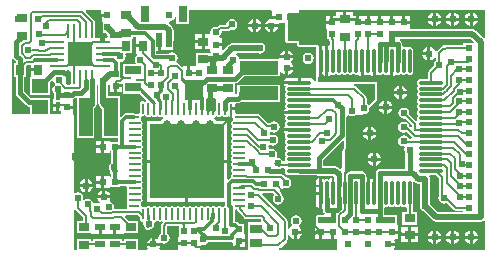
<source format=gtl>
G04 Layer_Physical_Order=1*
G04 Layer_Color=255*
%FSLAX43Y43*%
%MOMM*%
G71*
G01*
G75*
%ADD10R,1.000X0.800*%
%ADD11R,0.500X1.300*%
%ADD12R,0.800X1.400*%
%ADD13R,0.600X0.500*%
%ADD14R,0.900X0.700*%
%ADD15R,0.850X0.600*%
%ADD16R,1.150X3.300*%
%ADD17R,1.400X1.200*%
%ADD18R,0.700X0.900*%
%ADD19R,0.500X0.600*%
%ADD20R,0.500X0.200*%
%ADD21R,1.400X0.750*%
%ADD22R,3.300X1.150*%
%ADD23R,0.900X0.800*%
%ADD24R,0.300X0.500*%
%ADD25R,0.280X1.300*%
%ADD26R,1.300X0.280*%
%ADD27R,2.050X2.050*%
%ADD28R,6.300X6.300*%
%ADD29O,0.200X0.950*%
%ADD30O,0.200X1.050*%
%ADD31O,0.950X0.200*%
%ADD32O,1.050X0.200*%
%ADD33O,0.300X2.100*%
%ADD34O,2.100X0.300*%
%ADD35C,0.250*%
%ADD36C,0.200*%
%ADD37C,0.300*%
%ADD38C,0.220*%
%ADD39C,0.500*%
%ADD40C,0.400*%
%ADD41C,0.350*%
%ADD42C,0.280*%
%ADD43R,2.300X2.400*%
%ADD44R,1.500X1.712*%
%ADD45C,0.620*%
%ADD46C,0.660*%
G36*
X36866Y6874D02*
Y5379D01*
X36866Y5377D01*
X36831Y5200D01*
X36867Y5020D01*
X36968Y4868D01*
X37120Y4767D01*
X37300Y4731D01*
X37479Y4767D01*
X37535Y4804D01*
X38120Y4220D01*
X38202Y4165D01*
X38300Y4145D01*
X38950D01*
Y4008D01*
X36818D01*
X36142Y4684D01*
X36133Y4729D01*
X36108Y4767D01*
Y6828D01*
X36077Y6984D01*
X36039Y7041D01*
X36107Y7168D01*
X36571D01*
X36866Y6874D01*
D02*
G37*
G36*
X11246Y18804D02*
Y18227D01*
X11850D01*
Y17973D01*
X11246D01*
Y17396D01*
X11286D01*
X11324Y17269D01*
X11268Y17232D01*
X11167Y17079D01*
X11131Y16900D01*
X11167Y16721D01*
X11196Y16677D01*
X11128Y16550D01*
X10150D01*
Y15754D01*
X10046D01*
Y15440D01*
X9932Y15332D01*
X9900Y15338D01*
Y16150D01*
X9831D01*
Y16603D01*
X9878Y16701D01*
X9950Y16733D01*
X10067Y16757D01*
X10219Y16858D01*
X10321Y17011D01*
X10357Y17190D01*
X10321Y17369D01*
X10308Y17388D01*
X10368Y17500D01*
X10850D01*
Y18700D01*
X10953Y18700D01*
Y18844D01*
X11136D01*
X11246Y18804D01*
D02*
G37*
G36*
X10150Y14962D02*
Y14050D01*
X11551D01*
X12108Y13493D01*
X12103Y13337D01*
X11963D01*
X11881Y13392D01*
X11783Y13412D01*
X11685Y13392D01*
X11603Y13337D01*
X11548Y13255D01*
X11528Y13157D01*
Y12422D01*
X11512Y12391D01*
X11449Y12328D01*
X11418Y12312D01*
X11217D01*
X11175Y12340D01*
X11058Y12363D01*
X10353D01*
X10236Y12340D01*
X10137Y12273D01*
X10137Y12273D01*
X9952Y12088D01*
X9835Y12137D01*
Y13857D01*
X8840D01*
Y14788D01*
X8869Y14816D01*
X8996Y14762D01*
Y14146D01*
X9373D01*
Y14700D01*
X9500D01*
Y14827D01*
X10004D01*
Y14860D01*
X10118Y14968D01*
X10150Y14962D01*
D02*
G37*
G36*
X40786Y18781D02*
X40776Y18773D01*
X40659Y18734D01*
X40004Y19388D01*
X39872Y19477D01*
X39716Y19508D01*
X39716Y19508D01*
X34515D01*
X34404Y19546D01*
Y19973D01*
X33900D01*
Y20100D01*
X33773D01*
Y20654D01*
X33027D01*
Y20100D01*
X32773D01*
Y20654D01*
X32396D01*
Y20654D01*
X32388D01*
Y20654D01*
X32011D01*
Y20100D01*
X31757D01*
Y20654D01*
X31011D01*
Y20100D01*
X30757D01*
Y20654D01*
X30504D01*
Y20654D01*
X30127D01*
Y20100D01*
X29873D01*
Y20654D01*
X29604D01*
Y20954D01*
X29027D01*
Y20350D01*
X28773D01*
Y20954D01*
X28196D01*
Y20654D01*
X27917D01*
Y20100D01*
X27790D01*
Y19973D01*
X27286D01*
Y19546D01*
X27390D01*
Y18650D01*
X27547D01*
X27554Y18613D01*
X27610Y18530D01*
X27629Y18510D01*
Y18187D01*
X27511Y18118D01*
Y16824D01*
Y15537D01*
X27542Y15543D01*
X27675Y15633D01*
X27708Y15681D01*
X27767Y15641D01*
X27884Y15618D01*
X28001Y15641D01*
X28041Y15668D01*
X28134Y15697D01*
X28227Y15668D01*
X28267Y15641D01*
X28384Y15618D01*
X28501Y15641D01*
X28541Y15668D01*
X28634Y15697D01*
X28727Y15668D01*
X28767Y15641D01*
X28884Y15618D01*
X29001Y15641D01*
X29041Y15668D01*
X29134Y15697D01*
X29227Y15668D01*
X29267Y15641D01*
X29384Y15618D01*
X29501Y15641D01*
X29541Y15668D01*
X29634Y15697D01*
X29727Y15668D01*
X29767Y15641D01*
X29884Y15618D01*
X30001Y15641D01*
X30060Y15681D01*
X30093Y15633D01*
X30226Y15543D01*
X30257Y15537D01*
Y16824D01*
X30511D01*
Y15537D01*
X30542Y15543D01*
X30675Y15633D01*
X30708Y15681D01*
X30767Y15641D01*
X30884Y15618D01*
X31001Y15641D01*
X31060Y15681D01*
X31093Y15633D01*
X31226Y15543D01*
X31257Y15537D01*
Y16824D01*
X31511D01*
Y15537D01*
X31542Y15543D01*
X31675Y15633D01*
X31708Y15681D01*
X31767Y15641D01*
X31884Y15618D01*
X32001Y15641D01*
X32041Y15668D01*
X32134Y15697D01*
X32227Y15668D01*
X32267Y15641D01*
X32384Y15618D01*
X32501Y15641D01*
X32560Y15681D01*
X32593Y15633D01*
X32726Y15543D01*
X32757Y15537D01*
Y16824D01*
X33011D01*
Y15537D01*
X33042Y15543D01*
X33175Y15633D01*
X33208Y15681D01*
X33267Y15641D01*
X33384Y15618D01*
X33501Y15641D01*
X33541Y15668D01*
X33634Y15697D01*
X33727Y15668D01*
X33767Y15641D01*
X33884Y15618D01*
X34001Y15641D01*
X34041Y15668D01*
X34134Y15697D01*
X34227Y15668D01*
X34267Y15641D01*
X34384Y15618D01*
X34501Y15641D01*
X34600Y15708D01*
X34667Y15807D01*
X34690Y15924D01*
Y17724D01*
X34667Y17841D01*
X34600Y17940D01*
X34501Y18007D01*
X34384Y18030D01*
X34267Y18007D01*
X34227Y17980D01*
X34134Y17951D01*
X34041Y17980D01*
X34001Y18007D01*
X33884Y18030D01*
X33868Y18027D01*
X33741Y18130D01*
Y18200D01*
X33714Y18337D01*
X33705Y18349D01*
X33703Y18361D01*
X33626Y18476D01*
X33556Y18523D01*
X33594Y18650D01*
X34300D01*
Y18692D01*
X39547D01*
X39812Y18427D01*
X39760Y18300D01*
X38950D01*
Y18155D01*
X37435D01*
X37385Y18145D01*
X37335Y18155D01*
X37237Y18135D01*
X37155Y18080D01*
X36720Y17645D01*
X36697Y17611D01*
X36562Y17638D01*
X36561Y17644D01*
X36436Y17830D01*
X36250Y17955D01*
X36157Y17973D01*
Y17424D01*
Y16874D01*
X36250Y16892D01*
X36436Y17017D01*
X36518Y17139D01*
X36645Y17101D01*
Y16883D01*
X36568Y16832D01*
X36467Y16679D01*
X36431Y16500D01*
X36450Y16406D01*
X36054Y16010D01*
X35999Y15927D01*
X35979Y15829D01*
Y15280D01*
X35334D01*
X35217Y15257D01*
X35118Y15190D01*
X35051Y15091D01*
X35028Y14974D01*
X35051Y14857D01*
X35118Y14758D01*
Y14690D01*
X35051Y14591D01*
X35028Y14474D01*
X35051Y14357D01*
X35078Y14317D01*
X35107Y14224D01*
X35078Y14131D01*
X35051Y14091D01*
X35028Y13974D01*
X35051Y13857D01*
X35078Y13817D01*
X35107Y13724D01*
X35078Y13631D01*
X35051Y13591D01*
X35028Y13474D01*
X35051Y13357D01*
X35118Y13258D01*
Y13190D01*
X35051Y13091D01*
X35028Y12974D01*
X35051Y12857D01*
X35078Y12817D01*
X35107Y12724D01*
X35078Y12631D01*
X35051Y12591D01*
X35028Y12474D01*
X35051Y12357D01*
X35118Y12258D01*
Y12190D01*
X35051Y12091D01*
X35028Y11974D01*
X35051Y11857D01*
X35081Y11813D01*
X35081Y11805D01*
X35060Y11770D01*
X34910Y11747D01*
X34351Y12305D01*
X34369Y12396D01*
X34333Y12575D01*
X34232Y12728D01*
X34079Y12829D01*
X33900Y12865D01*
X33721Y12829D01*
X33568Y12728D01*
X33467Y12575D01*
X33431Y12396D01*
X33467Y12217D01*
X33568Y12064D01*
X33721Y11963D01*
X33900Y11927D01*
X33991Y11945D01*
X34554Y11381D01*
Y11255D01*
X34437Y11207D01*
X34331Y11313D01*
X34317Y11379D01*
X34216Y11532D01*
X34063Y11633D01*
X33884Y11669D01*
X33705Y11633D01*
X33552Y11532D01*
X33451Y11379D01*
X33415Y11200D01*
X33451Y11021D01*
X33552Y10868D01*
X33705Y10767D01*
X33884Y10731D01*
X34063Y10767D01*
X34119Y10804D01*
X34567Y10356D01*
X34514Y10229D01*
X34320D01*
X34317Y10244D01*
X34216Y10397D01*
X34063Y10498D01*
X33884Y10534D01*
X33705Y10498D01*
X33552Y10397D01*
X33451Y10244D01*
X33415Y10065D01*
X33451Y9886D01*
X33552Y9733D01*
X33705Y9632D01*
X33884Y9596D01*
X33890Y9597D01*
X33967Y9483D01*
X33931Y9304D01*
X33967Y9124D01*
X34043Y9010D01*
Y7678D01*
X31884D01*
X31747Y7651D01*
X31632Y7573D01*
X31554Y7457D01*
X31527Y7321D01*
Y7008D01*
X31511Y6994D01*
Y5624D01*
X31257D01*
Y6911D01*
X31226Y6905D01*
X31134Y6843D01*
X31042Y6905D01*
X31011Y6911D01*
Y5624D01*
X30757D01*
Y6994D01*
X30741Y7008D01*
Y7100D01*
X30714Y7237D01*
X30636Y7352D01*
X30521Y7430D01*
X30384Y7457D01*
X29384D01*
X29247Y7430D01*
X29132Y7352D01*
X29054Y7237D01*
X29048Y7204D01*
X28921Y7216D01*
Y9300D01*
X29019Y9399D01*
X29019Y12073D01*
X29135Y12200D01*
X29271D01*
X29320Y12167D01*
X29500Y12131D01*
X29679Y12167D01*
X29729Y12200D01*
X30319D01*
X30452Y12333D01*
X30500Y12323D01*
X30679Y12359D01*
X30832Y12460D01*
X30933Y12613D01*
X30969Y12792D01*
X30959Y12840D01*
X31619Y13500D01*
Y15017D01*
X26603D01*
Y15474D01*
X26707Y15547D01*
X26730Y15543D01*
X26757Y15537D01*
Y16824D01*
Y18111D01*
X26730Y18105D01*
X26703Y18101D01*
X26603Y18155D01*
Y18154D01*
X25032D01*
X25019Y18178D01*
Y19271D01*
X25025Y19280D01*
X25044Y19373D01*
X24494D01*
Y19627D01*
X25044D01*
X25025Y19720D01*
X25019Y19729D01*
Y21086D01*
X40786D01*
Y18781D01*
D02*
G37*
G36*
X8296Y20787D02*
X8800D01*
Y20533D01*
X8296D01*
Y20106D01*
X8400D01*
Y19699D01*
X8392Y19660D01*
X8400Y19621D01*
Y19210D01*
X8673D01*
X8811Y19072D01*
X8805Y19040D01*
X8828Y18921D01*
X8743Y18794D01*
X8577D01*
Y18400D01*
X8323D01*
Y18794D01*
X7790D01*
Y20150D01*
X7743D01*
X7735Y20187D01*
X7680Y20270D01*
X6982Y20968D01*
X7031Y21086D01*
X8296D01*
Y20787D01*
D02*
G37*
G36*
X34840Y6540D02*
X34840Y6540D01*
X34973Y6451D01*
X35129Y6420D01*
X35292D01*
Y4767D01*
X35267Y4729D01*
X35231Y4549D01*
X35267Y4370D01*
X35368Y4218D01*
X35521Y4116D01*
X35565Y4107D01*
X36361Y3312D01*
X36361Y3312D01*
X36493Y3223D01*
X36649Y3192D01*
X36649Y3192D01*
X40400D01*
X40556Y3223D01*
X40659Y3292D01*
X40761Y3255D01*
X40786Y3235D01*
Y814D01*
X33100D01*
X33039Y941D01*
X33131Y1080D01*
X33150Y1173D01*
X32600D01*
Y1427D01*
X33150D01*
X33131Y1520D01*
X33048Y1645D01*
X33116Y1772D01*
X33388D01*
Y2199D01*
X32884D01*
Y2453D01*
X33388D01*
Y2880D01*
X33284D01*
Y3303D01*
X33292Y3342D01*
X33284Y3381D01*
Y3776D01*
X32484D01*
Y3734D01*
X32241D01*
Y4318D01*
X32368Y4421D01*
X32384Y4418D01*
X32501Y4441D01*
X32600Y4508D01*
X32668D01*
X32767Y4441D01*
X32884Y4418D01*
X33001Y4441D01*
X33100Y4508D01*
X33168D01*
X33267Y4441D01*
X33384Y4418D01*
X33501Y4441D01*
X33600Y4508D01*
X33668D01*
X33767Y4441D01*
X33884Y4418D01*
X34001Y4441D01*
X34002Y4442D01*
X34129Y4374D01*
Y4050D01*
X33784D01*
Y2950D01*
X34984D01*
Y4050D01*
X34639D01*
Y4565D01*
X34667Y4607D01*
X34690Y4724D01*
Y6511D01*
X34721Y6536D01*
X34810Y6570D01*
X34840Y6540D01*
D02*
G37*
G36*
X31457Y13567D02*
X30975Y13086D01*
X30849Y13098D01*
X30832Y13124D01*
X30755Y13175D01*
Y13632D01*
X30735Y13729D01*
X30680Y13812D01*
X29838Y14654D01*
X29756Y14709D01*
X29658Y14729D01*
X29662Y14854D01*
X31457D01*
Y13567D01*
D02*
G37*
G36*
X2306Y16187D02*
X2910D01*
Y15933D01*
X2306D01*
Y15450D01*
X2250D01*
Y13950D01*
X3950D01*
Y15045D01*
X4113Y15208D01*
X4240Y15155D01*
X4267Y15020D01*
X4368Y14868D01*
Y14780D01*
X4288Y14726D01*
X4187Y14574D01*
X4151Y14395D01*
X4187Y14215D01*
X4263Y14101D01*
Y13930D01*
X4290Y13794D01*
X4320Y13749D01*
Y13554D01*
X4216D01*
Y13177D01*
X4620D01*
Y13050D01*
X4747D01*
Y12546D01*
X4896D01*
Y12346D01*
X4782Y12314D01*
X4240D01*
X4206Y12300D01*
X3950D01*
Y13650D01*
X2976D01*
X2942Y13657D01*
X2347D01*
X1757Y14247D01*
Y15460D01*
X1910D01*
Y16350D01*
X2036Y16475D01*
X2306D01*
Y16187D01*
D02*
G37*
G36*
X1043Y16811D02*
Y16660D01*
X910D01*
Y15460D01*
X1043D01*
Y14099D01*
X1070Y13962D01*
X1148Y13847D01*
X1947Y13048D01*
X2062Y12970D01*
X2199Y12943D01*
X2250D01*
Y12300D01*
X714D01*
Y16972D01*
X825Y17012D01*
X841Y17013D01*
X1043Y16811D01*
D02*
G37*
G36*
X8024Y14780D02*
Y13208D01*
X8024Y13208D01*
X8055Y13052D01*
X8144Y12919D01*
X8385Y12678D01*
Y10257D01*
X9744D01*
Y9957D01*
X8986D01*
Y10061D01*
X8559D01*
Y9557D01*
Y9053D01*
X8986D01*
Y9157D01*
X9126D01*
Y8170D01*
X9068Y8132D01*
X8967Y7979D01*
X8931Y7800D01*
X8967Y7621D01*
X9034Y7520D01*
X9027Y7485D01*
X9058Y7329D01*
X9140Y7206D01*
Y6957D01*
X8986D01*
Y7061D01*
X8559D01*
Y6557D01*
Y6053D01*
X8986D01*
Y6157D01*
X9882D01*
Y6251D01*
X10359D01*
X10389Y6219D01*
X10441Y6124D01*
X10428Y6057D01*
X10448Y5959D01*
X10503Y5877D01*
Y5737D01*
X10448Y5655D01*
X10428Y5557D01*
X10448Y5459D01*
X10503Y5377D01*
Y5237D01*
X10448Y5155D01*
X10428Y5057D01*
X10448Y4959D01*
X10503Y4877D01*
Y4737D01*
X10448Y4655D01*
X10428Y4557D01*
X10448Y4459D01*
X10503Y4377D01*
X10506Y4375D01*
X10467Y4248D01*
X9452D01*
X9352Y4375D01*
X9369Y4460D01*
X9333Y4639D01*
X9232Y4792D01*
X9079Y4893D01*
X9039Y4901D01*
X8990Y5019D01*
X9031Y5080D01*
X9050Y5173D01*
X7950D01*
X7969Y5080D01*
X8093Y4893D01*
X8149Y4856D01*
X8079Y4750D01*
X7900Y4786D01*
X7721Y4750D01*
X7709Y4743D01*
X7568Y4801D01*
X7558Y4850D01*
X7456Y5002D01*
X7304Y5103D01*
X7125Y5139D01*
X6945Y5103D01*
X6863Y5048D01*
X6749Y5125D01*
X6769Y5227D01*
X6733Y5407D01*
X6632Y5559D01*
X6479Y5660D01*
X6300Y5696D01*
X6129Y5662D01*
X6101Y5663D01*
X6002Y5716D01*
Y8252D01*
X5955Y8366D01*
X5840Y8414D01*
X5813D01*
X5813Y8962D01*
X5840Y8989D01*
X5955Y9037D01*
X6002Y9152D01*
Y12152D01*
X5955Y12267D01*
X5904Y12346D01*
Y12773D01*
X5400D01*
Y13027D01*
X5904D01*
Y13454D01*
X5904Y13454D01*
X5917Y13575D01*
X6026Y13648D01*
X6108Y13730D01*
X6235Y13711D01*
Y10257D01*
X7685D01*
Y12780D01*
X7792Y12888D01*
X7870Y13003D01*
X7897Y13140D01*
Y14736D01*
X8008Y14791D01*
X8024Y14780D01*
D02*
G37*
G36*
X12076Y12167D02*
X12103Y12127D01*
X12185Y12071D01*
X12283Y12052D01*
X12381Y12071D01*
X12463Y12127D01*
X12603D01*
X12685Y12071D01*
X12783Y12052D01*
X12881Y12071D01*
X12963Y12127D01*
X13103D01*
X13185Y12071D01*
X13283Y12052D01*
X13381Y12071D01*
X13399Y12084D01*
X13537Y12047D01*
X13561Y11993D01*
X13454Y11921D01*
X13325Y11728D01*
X13322Y11711D01*
X12129D01*
Y8434D01*
X18937D01*
Y11711D01*
X18028D01*
X18025Y11728D01*
X17896Y11921D01*
X17868Y11940D01*
X17876Y12023D01*
X17890Y12078D01*
X17963Y12127D01*
X18103D01*
X18185Y12071D01*
X18283Y12052D01*
X18381Y12071D01*
X18463Y12127D01*
X18603D01*
X18685Y12071D01*
X18783Y12052D01*
X18881Y12071D01*
X18914Y12094D01*
X19028Y12152D01*
X19145Y12074D01*
X19283Y12046D01*
X19398Y11959D01*
X19424Y11920D01*
X19431Y11837D01*
X19393Y11764D01*
X19353Y11737D01*
X19298Y11655D01*
X19278Y11557D01*
X19298Y11459D01*
X19353Y11377D01*
Y11237D01*
X19298Y11155D01*
X19278Y11057D01*
X19298Y10959D01*
X19353Y10877D01*
Y10737D01*
X19298Y10655D01*
X19278Y10557D01*
X19298Y10459D01*
X19353Y10377D01*
Y10237D01*
X19298Y10155D01*
X19278Y10057D01*
X19298Y9959D01*
X19353Y9877D01*
Y9737D01*
X19298Y9655D01*
X19278Y9557D01*
X19298Y9459D01*
X19353Y9377D01*
Y9237D01*
X19298Y9155D01*
X19278Y9057D01*
X19298Y8959D01*
X19353Y8877D01*
Y8737D01*
X19298Y8655D01*
X19278Y8557D01*
X19298Y8459D01*
X19353Y8377D01*
Y8237D01*
X19298Y8155D01*
X19278Y8057D01*
X19298Y7959D01*
X19353Y7877D01*
Y7737D01*
X19298Y7655D01*
X19278Y7557D01*
X19298Y7459D01*
X19353Y7377D01*
Y7237D01*
X19298Y7155D01*
X19278Y7057D01*
X19298Y6959D01*
X19204Y6871D01*
X19131Y6823D01*
X19131Y6823D01*
X19064Y6756D01*
X18937Y6808D01*
Y8180D01*
X15660D01*
Y4903D01*
X18794D01*
Y4571D01*
X18783Y4562D01*
X18685Y4542D01*
X18603Y4487D01*
X18463D01*
X18381Y4542D01*
X18283Y4562D01*
X18185Y4542D01*
X18103Y4487D01*
X17963D01*
X17881Y4542D01*
X17783Y4562D01*
X17685Y4542D01*
X17603Y4487D01*
X17463D01*
X17381Y4542D01*
X17283Y4562D01*
X17185Y4542D01*
X17103Y4487D01*
X16963D01*
X16881Y4542D01*
X16783Y4562D01*
X16685Y4542D01*
X16603Y4487D01*
X16463D01*
X16381Y4542D01*
X16283Y4562D01*
X16185Y4542D01*
X16103Y4487D01*
X15963D01*
X15881Y4542D01*
X15783Y4562D01*
X15685Y4542D01*
X15603Y4487D01*
X15463D01*
X15381Y4542D01*
X15283Y4562D01*
X15185Y4542D01*
X15103Y4487D01*
X14963D01*
X14881Y4542D01*
X14783Y4562D01*
X14685Y4542D01*
X14603Y4487D01*
X14463D01*
X14381Y4542D01*
X14283Y4562D01*
X14185Y4542D01*
X14103Y4487D01*
X13963D01*
X13881Y4542D01*
X13783Y4562D01*
X13685Y4542D01*
X13603Y4487D01*
X13463D01*
X13381Y4542D01*
X13283Y4562D01*
X13185Y4542D01*
X13103Y4487D01*
X12963D01*
X12881Y4542D01*
X12783Y4562D01*
X12685Y4542D01*
X12603Y4487D01*
X12463D01*
X12381Y4542D01*
X12283Y4562D01*
X12185Y4542D01*
X12103Y4487D01*
X12076Y4447D01*
X12003Y4409D01*
X11920Y4416D01*
X11881Y4442D01*
X11783Y4462D01*
X11688Y4557D01*
X11668Y4655D01*
X11642Y4694D01*
X11635Y4777D01*
X11673Y4850D01*
X11713Y4877D01*
X11768Y4959D01*
X11788Y5057D01*
X11768Y5155D01*
X11713Y5237D01*
Y5377D01*
X11768Y5459D01*
X11788Y5557D01*
X11768Y5655D01*
X11713Y5737D01*
Y5877D01*
X11768Y5959D01*
X11788Y6057D01*
X11768Y6155D01*
X11713Y6237D01*
Y6377D01*
X11768Y6459D01*
X11788Y6557D01*
X11768Y6655D01*
X11713Y6737D01*
Y6877D01*
X11768Y6959D01*
X11788Y7057D01*
X11768Y7155D01*
X11713Y7237D01*
Y7377D01*
X11768Y7459D01*
X11788Y7557D01*
X11768Y7655D01*
X11713Y7737D01*
Y7877D01*
X11768Y7959D01*
X11788Y8057D01*
X11768Y8155D01*
X11713Y8237D01*
Y8377D01*
X11768Y8459D01*
X11788Y8557D01*
X11768Y8655D01*
X11713Y8737D01*
Y8877D01*
X11768Y8959D01*
X11788Y9057D01*
X11768Y9155D01*
X11713Y9237D01*
Y9377D01*
X11768Y9459D01*
X11788Y9557D01*
X11768Y9655D01*
X11713Y9737D01*
Y9877D01*
X11768Y9959D01*
X11788Y10057D01*
X11768Y10155D01*
X11713Y10237D01*
Y10377D01*
X11768Y10459D01*
X11788Y10557D01*
X11768Y10655D01*
X11713Y10737D01*
Y10877D01*
X11768Y10959D01*
X11788Y11057D01*
X11768Y11155D01*
X11713Y11237D01*
Y11377D01*
X11768Y11459D01*
X11788Y11557D01*
X11768Y11655D01*
X11713Y11737D01*
X11673Y11764D01*
X11635Y11837D01*
X11642Y11920D01*
X11668Y11959D01*
X11688Y12057D01*
X11783Y12152D01*
X11881Y12172D01*
X11920Y12198D01*
X12003Y12205D01*
X12076Y12167D01*
D02*
G37*
G36*
X28857Y10058D02*
Y9466D01*
X28806Y9415D01*
X28782Y9357D01*
X28758Y9300D01*
Y9239D01*
X28635Y9116D01*
Y7708D01*
X28518Y7659D01*
X28400Y7777D01*
X28268Y7865D01*
X28112Y7896D01*
X28112Y7896D01*
X27057D01*
Y8452D01*
X27985Y9381D01*
X28071Y9438D01*
X28740Y10107D01*
X28857Y10058D01*
D02*
G37*
G36*
X23852Y7592D02*
X23851Y7591D01*
X23828Y7474D01*
X23851Y7357D01*
X23918Y7258D01*
X24017Y7191D01*
X24134Y7168D01*
X24931D01*
X24967Y7144D01*
X25103Y7117D01*
X26535D01*
X26544Y7111D01*
X26700Y7080D01*
X27850D01*
X27862Y7060D01*
X27799Y6919D01*
X27726Y6905D01*
X27593Y6815D01*
X27560Y6767D01*
X27501Y6807D01*
X27384Y6830D01*
X27267Y6807D01*
X27208Y6767D01*
X27175Y6815D01*
X27042Y6905D01*
X27011Y6911D01*
Y5624D01*
Y4254D01*
X27027Y4240D01*
Y4200D01*
X27054Y4063D01*
X27132Y3948D01*
X27198Y3903D01*
X27160Y3776D01*
X26484D01*
Y3365D01*
X26476Y3326D01*
X26484Y3287D01*
Y2880D01*
X26380D01*
Y2453D01*
X26884D01*
Y2326D01*
X27011D01*
Y1772D01*
X27757D01*
Y2326D01*
X28011D01*
Y1772D01*
X28216D01*
Y814D01*
X23335D01*
X23322Y941D01*
X23387Y954D01*
X23470Y1010D01*
X23980Y1520D01*
X24035Y1602D01*
X24055Y1700D01*
Y2042D01*
X24096Y2057D01*
X24182Y2063D01*
X24293Y1897D01*
X24480Y1772D01*
X24573Y1753D01*
Y2303D01*
X24700D01*
Y2430D01*
X25250D01*
X25231Y2523D01*
X25107Y2710D01*
X25062Y2739D01*
Y2892D01*
X25132Y2938D01*
X25233Y3090D01*
X25269Y3270D01*
X25233Y3449D01*
X25132Y3602D01*
X24979Y3703D01*
X24800Y3739D01*
X24621Y3703D01*
X24468Y3602D01*
X24367Y3449D01*
X24331Y3270D01*
X24367Y3090D01*
X24455Y2959D01*
X24463Y2917D01*
X24438Y2806D01*
X24293Y2710D01*
X24182Y2543D01*
X24096Y2549D01*
X24055Y2564D01*
Y3266D01*
X24035Y3363D01*
X23980Y3446D01*
X21920Y5507D01*
X21968Y5624D01*
X22815D01*
X22935Y5504D01*
X22928Y5432D01*
X22827Y5279D01*
X22791Y5100D01*
X22827Y4921D01*
X22928Y4768D01*
X23080Y4667D01*
X23260Y4631D01*
X23439Y4667D01*
X23592Y4768D01*
X23693Y4921D01*
X23729Y5100D01*
X23693Y5279D01*
X23596Y5426D01*
Y5459D01*
X23576Y5557D01*
X23521Y5639D01*
X23403Y5758D01*
X23451Y5875D01*
X23615D01*
Y5996D01*
X23742Y6062D01*
X23900Y6031D01*
X24079Y6067D01*
X24232Y6168D01*
X24333Y6321D01*
X24369Y6500D01*
X24333Y6679D01*
X24232Y6832D01*
X24079Y6933D01*
X23900Y6969D01*
X23893Y6968D01*
X23674Y7186D01*
X23591Y7242D01*
X23494Y7261D01*
X22954D01*
Y7430D01*
X22400D01*
Y7684D01*
X23019D01*
X23066Y7709D01*
X23080Y7700D01*
X23260Y7664D01*
X23439Y7700D01*
X23468Y7719D01*
X23784D01*
X23852Y7592D01*
D02*
G37*
G36*
X22746Y21004D02*
Y20627D01*
X23300D01*
Y20373D01*
X22680D01*
X22470Y20331D01*
X22284Y20207D01*
X22159Y20020D01*
X22141Y19927D01*
X23270D01*
X23327Y19996D01*
X23854D01*
X23866Y19874D01*
Y18500D01*
X23913Y18385D01*
X24028Y18338D01*
X24857D01*
Y18178D01*
X24872Y18141D01*
X24876Y18101D01*
X24889Y18078D01*
X24903Y18066D01*
X24904Y18063D01*
X24908Y18061D01*
X24917Y18040D01*
X24954Y18024D01*
X24985Y17999D01*
X25009Y18001D01*
X25032Y17992D01*
X26482D01*
Y15575D01*
X26469Y15543D01*
X26443Y15502D01*
X26446Y15488D01*
X26440Y15474D01*
Y15150D01*
X26315Y15132D01*
X26225Y15265D01*
X26092Y15355D01*
X25934Y15386D01*
X25161D01*
Y14974D01*
X25034D01*
Y14847D01*
X23747D01*
X23753Y14816D01*
X23843Y14683D01*
X23891Y14650D01*
X23851Y14591D01*
X23828Y14474D01*
X23851Y14357D01*
X23918Y14258D01*
Y14190D01*
X23851Y14091D01*
X23828Y13974D01*
X23851Y13857D01*
X23878Y13817D01*
X23907Y13724D01*
X23878Y13631D01*
X23851Y13591D01*
X23828Y13474D01*
X23851Y13357D01*
X23918Y13258D01*
Y13190D01*
X23851Y13091D01*
X23828Y12974D01*
X23851Y12857D01*
X23891Y12798D01*
X23843Y12765D01*
X23753Y12632D01*
X23747Y12601D01*
X25034D01*
Y12347D01*
X23747D01*
X23753Y12316D01*
X23843Y12183D01*
X23891Y12150D01*
X23851Y12091D01*
X23828Y11974D01*
X23851Y11857D01*
X23918Y11758D01*
Y11690D01*
X23851Y11591D01*
X23828Y11474D01*
X23851Y11357D01*
X23891Y11298D01*
X23843Y11265D01*
X23753Y11132D01*
X23747Y11101D01*
X25034D01*
Y10847D01*
X23747D01*
X23753Y10816D01*
X23843Y10683D01*
X23891Y10650D01*
X23851Y10591D01*
X23828Y10474D01*
X23851Y10357D01*
X23878Y10317D01*
X23907Y10224D01*
X23878Y10131D01*
X23851Y10091D01*
X23828Y9974D01*
X23851Y9857D01*
X23918Y9758D01*
Y9690D01*
X23851Y9591D01*
X23828Y9474D01*
X23851Y9357D01*
X23918Y9258D01*
Y9190D01*
X23851Y9091D01*
X23828Y8974D01*
X23851Y8857D01*
X23878Y8817D01*
X23907Y8724D01*
X23878Y8631D01*
X23851Y8591D01*
X23828Y8474D01*
X23837Y8429D01*
X23743Y8310D01*
X23741Y8309D01*
X23730Y8310D01*
X23689Y8319D01*
X23592Y8465D01*
X23439Y8566D01*
X23260Y8602D01*
X23199Y8590D01*
X23122Y8704D01*
X23133Y8721D01*
X23169Y8900D01*
X23133Y9079D01*
X23032Y9232D01*
X22879Y9333D01*
X22700Y9369D01*
X22567Y9343D01*
X22469Y9420D01*
X22457Y9440D01*
X22469Y9500D01*
X22443Y9633D01*
X22553Y9712D01*
X22621Y9667D01*
X22800Y9631D01*
X22979Y9667D01*
X23132Y9768D01*
X23233Y9921D01*
X23269Y10100D01*
X23233Y10279D01*
X23132Y10432D01*
X22979Y10533D01*
X22800Y10569D01*
X22667Y10543D01*
X22569Y10620D01*
X22557Y10640D01*
X22569Y10700D01*
X22556Y10765D01*
X22670Y10842D01*
X22752Y10787D01*
X22932Y10751D01*
X23111Y10787D01*
X23264Y10888D01*
X23365Y11041D01*
X23401Y11220D01*
X23365Y11399D01*
X23264Y11552D01*
X23111Y11653D01*
X22932Y11689D01*
X22752Y11653D01*
X22602Y11552D01*
X22382D01*
X21697Y12237D01*
X21614Y12292D01*
X21517Y12312D01*
X19754D01*
X19644Y12407D01*
Y12655D01*
X19283D01*
Y12909D01*
X19644D01*
Y13157D01*
X19720Y13250D01*
X19844D01*
X19981Y13277D01*
X20096Y13355D01*
X20104Y13362D01*
X23400D01*
Y14812D01*
X19800D01*
Y14129D01*
X19794Y14100D01*
X19800Y14071D01*
X19797Y14068D01*
X19712Y14002D01*
X19600Y14053D01*
Y14943D01*
X19615D01*
X19752Y14970D01*
X19867Y15048D01*
X20332Y15512D01*
X23400D01*
Y15854D01*
X23527Y15893D01*
X23593Y15793D01*
X23780Y15669D01*
X23873Y15650D01*
Y16200D01*
X24000D01*
Y16327D01*
X24550D01*
X24531Y16420D01*
X24407Y16607D01*
X24383Y16622D01*
Y16749D01*
X24386Y16750D01*
X24510Y16937D01*
X24529Y17030D01*
X23374D01*
X23313Y16962D01*
X19963D01*
X19931Y17120D01*
X19807Y17307D01*
X19719Y17365D01*
X19758Y17492D01*
X21482D01*
X21521Y17467D01*
X21700Y17431D01*
X21879Y17467D01*
X22032Y17568D01*
X22133Y17721D01*
X22169Y17900D01*
X22133Y18079D01*
X22032Y18232D01*
X21879Y18333D01*
X21700Y18369D01*
X21521Y18333D01*
X21482Y18308D01*
X19366D01*
X19210Y18277D01*
X19078Y18188D01*
X18607Y17717D01*
X18479Y17770D01*
Y18073D01*
X17976D01*
Y18327D01*
X18479D01*
Y18754D01*
X18306D01*
X18268Y18881D01*
X18332Y18924D01*
X18433Y19076D01*
X18469Y19255D01*
X18543Y19345D01*
X19000D01*
X19098Y19365D01*
X19180Y19420D01*
X19214Y19453D01*
X19325Y19431D01*
X19505Y19467D01*
X19657Y19568D01*
X19759Y19721D01*
X19794Y19900D01*
X19759Y20079D01*
X19657Y20232D01*
X19505Y20333D01*
X19325Y20369D01*
X19146Y20333D01*
X18994Y20232D01*
X18892Y20079D01*
X18856Y19900D01*
X18819Y19855D01*
X18345D01*
X18247Y19835D01*
X18164Y19780D01*
X18090Y19706D01*
X18000Y19724D01*
X17820Y19689D01*
X17668Y19587D01*
X17567Y19435D01*
X17531Y19255D01*
X17546Y19181D01*
X17441Y19054D01*
X17027D01*
Y18450D01*
Y17846D01*
X17472D01*
Y17646D01*
X17514D01*
X17541Y17560D01*
X17459Y17450D01*
X16300D01*
Y16450D01*
X16225Y16354D01*
X15827D01*
Y15800D01*
X15573D01*
Y16354D01*
X15196D01*
Y16354D01*
X15121Y16323D01*
X14863Y16580D01*
X14781Y16635D01*
X14692Y16653D01*
X14677Y16672D01*
X14637Y16782D01*
X14716Y16901D01*
X14752Y17080D01*
X14716Y17259D01*
X14615Y17412D01*
X14462Y17513D01*
X14283Y17549D01*
X14104Y17513D01*
X13958Y17416D01*
X12956D01*
Y17646D01*
X13073D01*
Y18550D01*
X13327D01*
Y17646D01*
X13704D01*
Y17750D01*
X14400D01*
Y18477D01*
X14408Y18516D01*
Y19400D01*
X14408Y19400D01*
X14377Y19556D01*
X14288Y19688D01*
X14288Y19688D01*
X13988Y19988D01*
X13967Y20003D01*
X13971Y20047D01*
X14005Y20130D01*
X14199Y20169D01*
X14386Y20293D01*
X14510Y20480D01*
X14523Y20545D01*
X14650Y20532D01*
Y19950D01*
X15750D01*
Y21086D01*
X22653D01*
X22746Y21004D01*
D02*
G37*
G36*
X19753Y4278D02*
Y4244D01*
X19773Y4146D01*
X19828Y4064D01*
X20372Y3520D01*
X20454Y3465D01*
X20552Y3445D01*
X21755D01*
X21806Y3394D01*
Y3349D01*
X21822Y3266D01*
X21814Y3235D01*
X21748Y3139D01*
X20750D01*
Y2057D01*
X20750Y2039D01*
X20750D01*
Y1930D01*
X20750D01*
Y830D01*
X20629Y814D01*
X16792D01*
X16671Y829D01*
Y1158D01*
X16798Y1251D01*
X16900Y1231D01*
X17079Y1267D01*
X17232Y1368D01*
X17309Y1484D01*
X19375D01*
X19375Y1484D01*
X19441Y1430D01*
Y1036D01*
X19818D01*
Y1590D01*
X19945D01*
Y1717D01*
X20449D01*
Y2144D01*
X20345D01*
Y3040D01*
X19926D01*
X19825Y3140D01*
X19726Y3207D01*
X19609Y3230D01*
X19589Y3353D01*
Y4182D01*
X19708Y4284D01*
X19753Y4278D01*
D02*
G37*
G36*
X6745Y3594D02*
Y3268D01*
X6250D01*
Y2268D01*
X7450D01*
X7521Y2171D01*
Y2171D01*
X8073D01*
Y2725D01*
X8327D01*
Y2171D01*
X9319D01*
Y2725D01*
X9573D01*
Y2171D01*
X10125D01*
Y2171D01*
X10200Y2250D01*
X11400D01*
Y3250D01*
X10660D01*
X10290Y3620D01*
X10339Y3738D01*
X11385D01*
X11528Y3594D01*
Y3457D01*
X11548Y3359D01*
X11603Y3277D01*
X11685Y3221D01*
X11758Y3207D01*
X11762Y3205D01*
X11822Y3138D01*
X11853Y3087D01*
X11831Y2975D01*
X11867Y2795D01*
X11968Y2643D01*
X12028Y2604D01*
X12050Y2570D01*
X12133Y2515D01*
X12230Y2495D01*
X12292Y2507D01*
X12300Y2506D01*
X12479Y2542D01*
X12632Y2643D01*
X12733Y2795D01*
X12769Y2975D01*
X12748Y3080D01*
X12754Y3101D01*
X12833Y3209D01*
X12841Y3214D01*
X12881Y3221D01*
X12963Y3277D01*
X13103D01*
X13185Y3221D01*
X13283Y3202D01*
X13381Y3221D01*
X13495Y3167D01*
X13503Y3137D01*
X13420Y3054D01*
X13365Y2972D01*
X13345Y2874D01*
Y2193D01*
X13268Y2142D01*
X13167Y1989D01*
X13131Y1810D01*
X13015Y1743D01*
X12920Y1806D01*
X12827Y1825D01*
Y1402D01*
X13375D01*
X13379Y1405D01*
X13421Y1377D01*
X13600Y1341D01*
X13779Y1377D01*
X13932Y1478D01*
X14033Y1631D01*
X14069Y1810D01*
X14033Y1989D01*
X13932Y2142D01*
X13855Y2193D01*
Y2768D01*
X13889Y2802D01*
X14850D01*
Y1937D01*
X14746D01*
Y1510D01*
X15250D01*
Y1256D01*
X14746D01*
Y829D01*
X14625Y814D01*
X13223D01*
X13155Y941D01*
X13231Y1055D01*
X13250Y1148D01*
X12150D01*
X12169Y1055D01*
X12245Y941D01*
X12177Y814D01*
X11400D01*
Y1750D01*
X10200D01*
Y1530D01*
X10021D01*
Y1725D01*
X8871D01*
Y1725D01*
X8775D01*
Y1725D01*
X7625D01*
Y1530D01*
X7450D01*
Y1768D01*
X6250D01*
Y814D01*
X6002D01*
Y4167D01*
X6089Y4206D01*
X6129Y4210D01*
X6745Y3594D01*
D02*
G37*
%LPC*%
G36*
X10004Y14573D02*
X9627D01*
Y14146D01*
X10004D01*
Y14573D01*
D02*
G37*
G36*
X31512Y9058D02*
Y8635D01*
X31934D01*
X31916Y8728D01*
X31791Y8915D01*
X31605Y9039D01*
X31512Y9058D01*
D02*
G37*
G36*
X31258D02*
X31165Y9039D01*
X30978Y8915D01*
X30853Y8728D01*
X30835Y8635D01*
X31258D01*
Y9058D01*
D02*
G37*
G36*
X31934Y8381D02*
X31512D01*
Y7958D01*
X31605Y7977D01*
X31791Y8101D01*
X31916Y8288D01*
X31934Y8381D01*
D02*
G37*
G36*
X31258D02*
X30835D01*
X30853Y8288D01*
X30978Y8101D01*
X31165Y7977D01*
X31258Y7958D01*
Y8381D01*
D02*
G37*
G36*
X37050Y20221D02*
X36627D01*
Y19798D01*
X36720Y19817D01*
X36907Y19941D01*
X37031Y20128D01*
X37050Y20221D01*
D02*
G37*
G36*
X36373D02*
X35950D01*
X35969Y20128D01*
X36093Y19941D01*
X36280Y19817D01*
X36373Y19798D01*
Y20221D01*
D02*
G37*
G36*
X37913Y20230D02*
X37490D01*
X37509Y20137D01*
X37633Y19951D01*
X37820Y19826D01*
X37913Y19808D01*
Y20230D01*
D02*
G37*
G36*
X39475D02*
X39052D01*
X39070Y20137D01*
X39195Y19951D01*
X39382Y19826D01*
X39475Y19808D01*
Y20230D01*
D02*
G37*
G36*
X38590D02*
X38167D01*
Y19808D01*
X38260Y19826D01*
X38447Y19951D01*
X38571Y20137D01*
X38590Y20230D01*
D02*
G37*
G36*
X37913Y20907D02*
X37820Y20889D01*
X37633Y20764D01*
X37509Y20577D01*
X37490Y20484D01*
X37913D01*
Y20907D01*
D02*
G37*
G36*
X36627Y20898D02*
Y20475D01*
X37050D01*
X37031Y20568D01*
X36907Y20754D01*
X36720Y20879D01*
X36627Y20898D01*
D02*
G37*
G36*
X38167Y20907D02*
Y20484D01*
X38590D01*
X38571Y20577D01*
X38447Y20764D01*
X38260Y20889D01*
X38167Y20907D01*
D02*
G37*
G36*
X39729D02*
Y20484D01*
X40151D01*
X40133Y20577D01*
X40008Y20764D01*
X39822Y20889D01*
X39729Y20907D01*
D02*
G37*
G36*
X39475D02*
X39382Y20889D01*
X39195Y20764D01*
X39070Y20577D01*
X39052Y20484D01*
X39475D01*
Y20907D01*
D02*
G37*
G36*
X36373Y20898D02*
X36280Y20879D01*
X36093Y20754D01*
X35969Y20568D01*
X35950Y20475D01*
X36373D01*
Y20898D01*
D02*
G37*
G36*
X40151Y20230D02*
X39729D01*
Y19808D01*
X39822Y19826D01*
X40008Y19951D01*
X40133Y20137D01*
X40151Y20230D01*
D02*
G37*
G36*
X27663Y20654D02*
X27286D01*
Y20227D01*
X27663D01*
Y20654D01*
D02*
G37*
G36*
X34404Y20654D02*
X34027D01*
Y20227D01*
X34404D01*
Y20654D01*
D02*
G37*
G36*
X32241Y13450D02*
X32148Y13431D01*
X31961Y13307D01*
X31837Y13120D01*
X31818Y13027D01*
X32241D01*
Y13450D01*
D02*
G37*
G36*
X32495D02*
Y13027D01*
X32918D01*
X32899Y13120D01*
X32774Y13307D01*
X32588Y13431D01*
X32495Y13450D01*
D02*
G37*
G36*
X34150Y14013D02*
X33727D01*
Y13590D01*
X33820Y13609D01*
X34007Y13733D01*
X34131Y13920D01*
X34150Y14013D01*
D02*
G37*
G36*
X33473D02*
X33050D01*
X33069Y13920D01*
X33193Y13733D01*
X33380Y13609D01*
X33473Y13590D01*
Y14013D01*
D02*
G37*
G36*
X32918Y12773D02*
X32495D01*
Y12350D01*
X32588Y12369D01*
X32774Y12493D01*
X32899Y12680D01*
X32918Y12773D01*
D02*
G37*
G36*
X31552Y10573D02*
X31129D01*
Y10150D01*
X31222Y10169D01*
X31409Y10293D01*
X31533Y10480D01*
X31552Y10573D01*
D02*
G37*
G36*
X30875D02*
X30452D01*
X30471Y10480D01*
X30595Y10293D01*
X30782Y10169D01*
X30875Y10150D01*
Y10573D01*
D02*
G37*
G36*
Y11250D02*
X30782Y11231D01*
X30595Y11107D01*
X30471Y10920D01*
X30452Y10827D01*
X30875D01*
Y11250D01*
D02*
G37*
G36*
X32241Y12773D02*
X31818D01*
X31837Y12680D01*
X31961Y12493D01*
X32148Y12369D01*
X32241Y12350D01*
Y12773D01*
D02*
G37*
G36*
X31129Y11250D02*
Y10827D01*
X31552D01*
X31533Y10920D01*
X31409Y11107D01*
X31222Y11231D01*
X31129Y11250D01*
D02*
G37*
G36*
X35903Y17297D02*
X35480D01*
X35498Y17204D01*
X35623Y17017D01*
X35810Y16892D01*
X35903Y16874D01*
Y17297D01*
D02*
G37*
G36*
Y17973D02*
X35810Y17955D01*
X35623Y17830D01*
X35498Y17644D01*
X35480Y17551D01*
X35903D01*
Y17973D01*
D02*
G37*
G36*
X33473Y14690D02*
X33380Y14671D01*
X33193Y14547D01*
X33069Y14360D01*
X33050Y14267D01*
X33473D01*
Y14690D01*
D02*
G37*
G36*
X33727D02*
Y14267D01*
X34150D01*
X34131Y14360D01*
X34007Y14547D01*
X33820Y14671D01*
X33727Y14690D01*
D02*
G37*
G36*
X27011Y18111D02*
Y16824D01*
Y15537D01*
X27042Y15543D01*
X27134Y15605D01*
X27226Y15543D01*
X27257Y15537D01*
Y16824D01*
Y18111D01*
X27226Y18105D01*
X27134Y18043D01*
X27042Y18105D01*
X27011Y18111D01*
D02*
G37*
G36*
X37913Y1773D02*
X37490D01*
X37509Y1680D01*
X37633Y1494D01*
X37820Y1369D01*
X37913Y1350D01*
Y1773D01*
D02*
G37*
G36*
X38590D02*
X38167D01*
Y1350D01*
X38260Y1369D01*
X38447Y1494D01*
X38571Y1680D01*
X38590Y1773D01*
D02*
G37*
G36*
X36373Y1764D02*
X35950D01*
X35969Y1671D01*
X36093Y1484D01*
X36280Y1359D01*
X36373Y1341D01*
Y1764D01*
D02*
G37*
G36*
X37050D02*
X36627D01*
Y1341D01*
X36720Y1359D01*
X36907Y1484D01*
X37031Y1671D01*
X37050Y1764D01*
D02*
G37*
G36*
X39475Y1773D02*
X39052D01*
X39070Y1680D01*
X39195Y1494D01*
X39382Y1369D01*
X39475Y1350D01*
Y1773D01*
D02*
G37*
G36*
X34257Y2754D02*
X33680D01*
Y2227D01*
X34257D01*
Y2754D01*
D02*
G37*
G36*
X35088Y1973D02*
X34511D01*
Y1446D01*
X35088D01*
Y1973D01*
D02*
G37*
G36*
Y2754D02*
X34511D01*
Y2227D01*
X35088D01*
Y2754D01*
D02*
G37*
G36*
X34257Y1973D02*
X33680D01*
Y1446D01*
X34257D01*
Y1973D01*
D02*
G37*
G36*
X39729Y2450D02*
Y2027D01*
X40151D01*
X40133Y2120D01*
X40008Y2307D01*
X39822Y2431D01*
X39729Y2450D01*
D02*
G37*
G36*
X37913D02*
X37820Y2431D01*
X37633Y2307D01*
X37509Y2120D01*
X37490Y2027D01*
X37913D01*
Y2450D01*
D02*
G37*
G36*
X36627Y2440D02*
Y2018D01*
X37050D01*
X37031Y2111D01*
X36907Y2297D01*
X36720Y2422D01*
X36627Y2440D01*
D02*
G37*
G36*
X39475Y2450D02*
X39382Y2431D01*
X39195Y2307D01*
X39070Y2120D01*
X39052Y2027D01*
X39475D01*
Y2450D01*
D02*
G37*
G36*
X38167D02*
Y2027D01*
X38590D01*
X38571Y2120D01*
X38447Y2307D01*
X38260Y2431D01*
X38167Y2450D01*
D02*
G37*
G36*
X36373Y2440D02*
X36280Y2422D01*
X36093Y2297D01*
X35969Y2111D01*
X35950Y2018D01*
X36373D01*
Y2440D01*
D02*
G37*
G36*
X40151Y1773D02*
X39729D01*
Y1350D01*
X39822Y1369D01*
X40008Y1494D01*
X40133Y1680D01*
X40151Y1773D01*
D02*
G37*
G36*
X4493Y12923D02*
X4216D01*
Y12546D01*
X4493D01*
Y12923D01*
D02*
G37*
G36*
X8305Y7061D02*
X7878D01*
Y6684D01*
X8305D01*
Y7061D01*
D02*
G37*
G36*
X6873Y6802D02*
X6780Y6783D01*
X6593Y6658D01*
X6469Y6472D01*
X6450Y6379D01*
X6873D01*
Y6802D01*
D02*
G37*
G36*
X8305Y6430D02*
X7878D01*
Y6053D01*
X8305D01*
Y6430D01*
D02*
G37*
G36*
X7127Y6802D02*
Y6379D01*
X7550D01*
X7531Y6472D01*
X7407Y6658D01*
X7220Y6783D01*
X7127Y6802D01*
D02*
G37*
G36*
X8305Y10061D02*
X7878D01*
Y9684D01*
X8305D01*
Y10061D01*
D02*
G37*
G36*
Y9430D02*
X7878D01*
Y9053D01*
X8305D01*
Y9430D01*
D02*
G37*
G36*
X6873Y6125D02*
X6450D01*
X6469Y6032D01*
X6593Y5845D01*
X6780Y5721D01*
X6873Y5702D01*
Y6125D01*
D02*
G37*
G36*
X8627Y5850D02*
Y5427D01*
X9050D01*
X9031Y5520D01*
X8907Y5707D01*
X8720Y5831D01*
X8627Y5850D01*
D02*
G37*
G36*
X7550Y6125D02*
X7127D01*
Y5702D01*
X7220Y5721D01*
X7407Y5845D01*
X7531Y6032D01*
X7550Y6125D01*
D02*
G37*
G36*
X8373Y5850D02*
X8280Y5831D01*
X8093Y5707D01*
X7969Y5520D01*
X7950Y5427D01*
X8373D01*
Y5850D01*
D02*
G37*
G36*
X15406Y8180D02*
X12129D01*
Y4903D01*
X15406D01*
Y8180D01*
D02*
G37*
G36*
X25250Y2176D02*
X24827D01*
Y1753D01*
X24920Y1772D01*
X25107Y1897D01*
X25231Y2083D01*
X25250Y2176D01*
D02*
G37*
G36*
X26757Y2199D02*
X26380D01*
Y1772D01*
X26757D01*
Y2199D01*
D02*
G37*
G36*
X26757Y6911D02*
X26726Y6905D01*
X26593Y6815D01*
X26503Y6682D01*
X26472Y6524D01*
Y5751D01*
X26757D01*
Y6911D01*
D02*
G37*
G36*
Y5497D02*
X26472D01*
Y4724D01*
X26503Y4566D01*
X26593Y4433D01*
X26726Y4343D01*
X26757Y4337D01*
Y5497D01*
D02*
G37*
G36*
X21829Y19673D02*
X21406D01*
Y19250D01*
X21499Y19269D01*
X21686Y19393D01*
X21810Y19580D01*
X21829Y19673D01*
D02*
G37*
G36*
X16773Y19054D02*
X16196D01*
Y18577D01*
X16773D01*
Y19054D01*
D02*
G37*
G36*
Y18323D02*
X16196D01*
Y17846D01*
X16773D01*
Y18323D01*
D02*
G37*
G36*
X22563Y19673D02*
X22141D01*
X22159Y19580D01*
X22284Y19393D01*
X22470Y19269D01*
X22563Y19250D01*
Y19673D01*
D02*
G37*
G36*
X21152Y19673D02*
X20729D01*
X20748Y19580D01*
X20872Y19393D01*
X21059Y19269D01*
X21152Y19250D01*
Y19673D01*
D02*
G37*
G36*
X23240Y19673D02*
X22817D01*
Y19250D01*
X22911Y19269D01*
X23097Y19393D01*
X23222Y19580D01*
X23240Y19673D01*
D02*
G37*
G36*
X21152Y20350D02*
X21059Y20331D01*
X20872Y20207D01*
X20748Y20020D01*
X20729Y19927D01*
X21152D01*
Y20350D01*
D02*
G37*
G36*
X21406D02*
Y19927D01*
X21829D01*
X21810Y20020D01*
X21686Y20207D01*
X21499Y20331D01*
X21406Y20350D01*
D02*
G37*
G36*
X25800Y17495D02*
X25621Y17460D01*
X25468Y17358D01*
X25367Y17206D01*
X25331Y17026D01*
X25367Y16847D01*
X25468Y16695D01*
X25621Y16593D01*
X25800Y16557D01*
X25979Y16593D01*
X26132Y16695D01*
X26233Y16847D01*
X26269Y17026D01*
X26233Y17206D01*
X26132Y17358D01*
X25979Y17460D01*
X25800Y17495D01*
D02*
G37*
G36*
X23852Y17707D02*
X23759Y17688D01*
X23572Y17564D01*
X23448Y17377D01*
X23429Y17284D01*
X23852D01*
Y17707D01*
D02*
G37*
G36*
X24106D02*
Y17284D01*
X24529D01*
X24510Y17377D01*
X24386Y17564D01*
X24199Y17688D01*
X24106Y17707D01*
D02*
G37*
G36*
X24550Y16073D02*
X24127D01*
Y15650D01*
X24220Y15669D01*
X24407Y15793D01*
X24531Y15980D01*
X24550Y16073D01*
D02*
G37*
G36*
X24907Y15386D02*
X24134D01*
X23976Y15355D01*
X23843Y15265D01*
X23753Y15132D01*
X23747Y15101D01*
X24907D01*
Y15386D01*
D02*
G37*
G36*
X20449Y1463D02*
X20072D01*
Y1036D01*
X20449D01*
Y1463D01*
D02*
G37*
G36*
X12573Y1825D02*
X12480Y1806D01*
X12293Y1682D01*
X12169Y1495D01*
X12150Y1402D01*
X12573D01*
Y1825D01*
D02*
G37*
%LPD*%
D10*
X21400Y1380D02*
D03*
Y2589D02*
D03*
D11*
X13200Y18550D02*
D03*
X14000D02*
D03*
D12*
X15200Y20800D02*
D03*
X12000D02*
D03*
D13*
X23300Y20500D02*
D03*
X24300D02*
D03*
X23061Y6379D02*
D03*
X22061D02*
D03*
X22400Y7557D02*
D03*
X21400D02*
D03*
X8432Y6557D02*
D03*
X9432D02*
D03*
X8432Y9557D02*
D03*
X9432D02*
D03*
X39400Y17900D02*
D03*
X40400D02*
D03*
X39400Y17000D02*
D03*
X40400D02*
D03*
X39400Y16100D02*
D03*
X40400D02*
D03*
X39400Y15187D02*
D03*
X40400D02*
D03*
X39400Y14304D02*
D03*
X40400D02*
D03*
X39400Y13400D02*
D03*
X40400D02*
D03*
X39400Y12512D02*
D03*
X40400D02*
D03*
X39400Y11600D02*
D03*
X40400D02*
D03*
X39400Y10700D02*
D03*
X40400D02*
D03*
X39400Y9800D02*
D03*
X40400D02*
D03*
X39400Y8897D02*
D03*
X40400D02*
D03*
X39400Y8000D02*
D03*
X40400D02*
D03*
X39400Y7100D02*
D03*
X40400D02*
D03*
X39400Y6200D02*
D03*
X40400D02*
D03*
X39400Y5300D02*
D03*
X40400D02*
D03*
X39400Y4400D02*
D03*
X40400D02*
D03*
D14*
X16900Y16950D02*
D03*
Y18450D02*
D03*
X19000Y14507D02*
D03*
Y16007D02*
D03*
X10800Y2750D02*
D03*
Y1250D02*
D03*
X6850Y2768D02*
D03*
Y1268D02*
D03*
X17700Y16007D02*
D03*
Y14507D02*
D03*
X1612Y20450D02*
D03*
Y18950D02*
D03*
X10353Y19200D02*
D03*
Y20700D02*
D03*
X28900Y18850D02*
D03*
Y20350D02*
D03*
D15*
X9446Y1275D02*
D03*
Y2725D02*
D03*
X8200Y1275D02*
D03*
Y2725D02*
D03*
D16*
X9110Y12057D02*
D03*
X6960D02*
D03*
D17*
X3100Y12900D02*
D03*
Y14700D02*
D03*
D18*
X10350Y18100D02*
D03*
X11850D02*
D03*
X1410Y16060D02*
D03*
X2910D02*
D03*
D19*
X9500Y14700D02*
D03*
Y15700D02*
D03*
X5400Y12900D02*
D03*
Y13900D02*
D03*
X31800Y2326D02*
D03*
Y3326D02*
D03*
X16167Y1383D02*
D03*
Y2383D02*
D03*
X19945Y1590D02*
D03*
Y2590D02*
D03*
X13381Y15800D02*
D03*
Y14800D02*
D03*
X15250Y1383D02*
D03*
Y2383D02*
D03*
X17976Y18200D02*
D03*
Y17200D02*
D03*
X12500Y15800D02*
D03*
Y14800D02*
D03*
X15700Y15800D02*
D03*
Y14800D02*
D03*
X16600Y15800D02*
D03*
Y14800D02*
D03*
X32884Y2326D02*
D03*
Y3326D02*
D03*
X28884Y2326D02*
D03*
Y3326D02*
D03*
X30884Y2326D02*
D03*
Y3326D02*
D03*
X29884Y2326D02*
D03*
Y3326D02*
D03*
X30884Y20100D02*
D03*
Y19100D02*
D03*
X31884Y20100D02*
D03*
Y19100D02*
D03*
X30000Y20100D02*
D03*
Y19100D02*
D03*
X33900Y20100D02*
D03*
Y19100D02*
D03*
X32900Y20100D02*
D03*
Y19100D02*
D03*
X26884Y2326D02*
D03*
Y3326D02*
D03*
X27884Y2326D02*
D03*
Y3326D02*
D03*
X27790Y20100D02*
D03*
Y19100D02*
D03*
X8800Y20660D02*
D03*
Y19660D02*
D03*
D20*
X11450Y15200D02*
D03*
X10550Y15400D02*
D03*
D21*
X11000Y14575D02*
D03*
Y16025D02*
D03*
D22*
X21600Y16237D02*
D03*
Y14087D02*
D03*
D23*
X34384Y3500D02*
D03*
Y2100D02*
D03*
D24*
X4620Y13750D02*
D03*
Y13050D02*
D03*
D25*
X5500Y15450D02*
D03*
X6500D02*
D03*
X6000D02*
D03*
X7000D02*
D03*
X7500D02*
D03*
Y19350D02*
D03*
X6500D02*
D03*
X7000D02*
D03*
X6000D02*
D03*
X5500D02*
D03*
D26*
X4550Y18400D02*
D03*
Y17400D02*
D03*
Y17900D02*
D03*
Y16900D02*
D03*
Y16400D02*
D03*
X8450Y18400D02*
D03*
Y17900D02*
D03*
Y16900D02*
D03*
Y17400D02*
D03*
Y16400D02*
D03*
D27*
X6500Y17400D02*
D03*
D28*
X15533Y8307D02*
D03*
D29*
X11783Y12782D02*
D03*
X19283D02*
D03*
Y3832D02*
D03*
X11783D02*
D03*
D30*
X12283Y12732D02*
D03*
X12783D02*
D03*
X13283D02*
D03*
X13783D02*
D03*
X14283D02*
D03*
X14783D02*
D03*
X15283D02*
D03*
X15783D02*
D03*
X16283D02*
D03*
X16783D02*
D03*
X17283D02*
D03*
X17783D02*
D03*
X18283D02*
D03*
X18783D02*
D03*
Y3882D02*
D03*
X18283D02*
D03*
X17783D02*
D03*
X17283D02*
D03*
X16783D02*
D03*
X16283D02*
D03*
X15783D02*
D03*
X15283D02*
D03*
X14783D02*
D03*
X14283D02*
D03*
X13783D02*
D03*
X13283D02*
D03*
X12783D02*
D03*
X12283D02*
D03*
D31*
X20008Y12057D02*
D03*
Y4557D02*
D03*
X11058D02*
D03*
Y12057D02*
D03*
D32*
X19958Y11557D02*
D03*
Y11057D02*
D03*
Y10557D02*
D03*
Y10057D02*
D03*
Y9557D02*
D03*
Y9057D02*
D03*
Y8557D02*
D03*
Y8057D02*
D03*
Y7557D02*
D03*
Y7057D02*
D03*
Y6557D02*
D03*
Y6057D02*
D03*
Y5557D02*
D03*
Y5057D02*
D03*
X11108D02*
D03*
Y5557D02*
D03*
Y6057D02*
D03*
Y6557D02*
D03*
Y7057D02*
D03*
Y7557D02*
D03*
Y8057D02*
D03*
Y8557D02*
D03*
Y9057D02*
D03*
Y9557D02*
D03*
Y10057D02*
D03*
Y10557D02*
D03*
Y11057D02*
D03*
Y11557D02*
D03*
D33*
X34384Y5624D02*
D03*
X33884D02*
D03*
X33384D02*
D03*
X32884D02*
D03*
X32384D02*
D03*
X31884D02*
D03*
X31384D02*
D03*
X30884D02*
D03*
X30384D02*
D03*
X29884D02*
D03*
X29384D02*
D03*
X28884D02*
D03*
X28384D02*
D03*
X27884D02*
D03*
X27384D02*
D03*
X26884D02*
D03*
Y16824D02*
D03*
X27384D02*
D03*
X27884D02*
D03*
X28384D02*
D03*
X28884D02*
D03*
X29384D02*
D03*
X29884D02*
D03*
X30384D02*
D03*
X30884D02*
D03*
X31384D02*
D03*
X31884D02*
D03*
X32384D02*
D03*
X32884D02*
D03*
X33384D02*
D03*
X33884D02*
D03*
X34384D02*
D03*
D34*
X25034Y7474D02*
D03*
Y7974D02*
D03*
Y8474D02*
D03*
Y8974D02*
D03*
Y9474D02*
D03*
Y9974D02*
D03*
Y10474D02*
D03*
Y10974D02*
D03*
Y11474D02*
D03*
Y11974D02*
D03*
Y12474D02*
D03*
Y12974D02*
D03*
Y13474D02*
D03*
Y13974D02*
D03*
Y14474D02*
D03*
Y14974D02*
D03*
X36234D02*
D03*
Y14474D02*
D03*
Y13974D02*
D03*
Y13474D02*
D03*
Y12974D02*
D03*
Y12474D02*
D03*
Y11974D02*
D03*
Y11474D02*
D03*
Y10974D02*
D03*
Y10474D02*
D03*
Y9974D02*
D03*
Y9474D02*
D03*
Y8974D02*
D03*
Y8474D02*
D03*
Y7974D02*
D03*
Y7474D02*
D03*
D35*
X13042Y13692D02*
Y13727D01*
X13283Y12732D02*
Y13451D01*
X13042Y13692D02*
X13283Y13451D01*
D36*
X13042Y13727D02*
Y13857D01*
X18783Y2456D02*
Y3882D01*
X25034Y6200D02*
X26840D01*
X24992D02*
X25034D01*
Y6206D01*
Y6097D02*
Y6200D01*
X24494Y5557D02*
X25034Y6097D01*
X23883Y5557D02*
X24494D01*
X23061Y6379D02*
X23883Y5557D01*
X12300Y2975D02*
Y3766D01*
X12283Y3783D02*
X12300Y3766D01*
X22061Y3349D02*
X22660Y2750D01*
X22061Y3349D02*
Y3500D01*
X21861Y3700D02*
X22061Y3500D01*
X20552Y3700D02*
X21861D01*
X20008Y4244D02*
X20552Y3700D01*
X20008Y4244D02*
Y4557D01*
X23260Y2200D02*
Y3040D01*
X21931Y2459D02*
X22390Y2000D01*
X23060D02*
X23260Y2200D01*
X22390Y2000D02*
X23060D01*
X21400Y2589D02*
X21931Y2459D01*
X20954Y4502D02*
X21798D01*
X23260Y3040D01*
X20943Y5473D02*
X21593D01*
X21400Y1300D02*
X21510Y1190D01*
X23290D01*
X23800Y1700D01*
Y3266D01*
X21593Y5473D02*
X23800Y3266D01*
X24700Y2303D02*
X26269D01*
X26372Y2200D01*
X26672Y2500D01*
X21208Y6000D02*
X21514D01*
X21002Y6206D02*
X21208Y6000D01*
X20107Y6206D02*
X21002D01*
X20642Y7006D02*
X23494D01*
X20591Y7057D02*
X20642Y7006D01*
X19958Y7057D02*
X20591D01*
X21514Y6000D02*
X21635Y5879D01*
X22921D01*
X23200Y5160D02*
X23260Y5100D01*
X23341Y5057D02*
Y5459D01*
X22921Y5879D02*
X23341Y5459D01*
X23900Y6500D02*
X23900Y6500D01*
X19958Y6057D02*
X20107Y6206D01*
X37900Y16700D02*
X39300D01*
X37534Y14808D02*
Y16350D01*
X37884Y16700D01*
X37385Y17850D02*
X37435Y17900D01*
X36900Y16500D02*
Y17465D01*
X37335Y17900D01*
X36234Y15829D02*
X36900Y16495D01*
X36234Y14974D02*
Y15829D01*
X39300Y16700D02*
X39600Y17000D01*
X37435Y17900D02*
X39300D01*
X7400Y3700D02*
X7550Y3550D01*
X7900Y4317D02*
X8317Y3900D01*
X9132D01*
X7550Y3550D02*
X9277D01*
X9327Y3600D02*
X9950D01*
X9277Y3550D02*
X9327Y3600D01*
X9225Y3993D02*
X11490D01*
X9132Y3900D02*
X9225Y3993D01*
X7125Y4670D02*
X7340Y4455D01*
Y4085D02*
Y4455D01*
Y4085D02*
X7400Y4025D01*
Y3700D02*
Y4025D01*
X6300Y4400D02*
Y5227D01*
Y4400D02*
X7000Y3700D01*
Y3011D02*
Y3700D01*
X9950Y3600D02*
X10800Y2750D01*
X11490Y3993D02*
X11783Y3700D01*
X11767Y3816D02*
X11783Y3800D01*
X12230Y2750D02*
X12280Y2800D01*
X39500Y16200D02*
X39600Y16100D01*
X39474Y11474D02*
X39600Y11600D01*
X38626D02*
X39600D01*
X38543Y11474D02*
X38626Y11557D01*
X39205Y8900D02*
X39600D01*
X38600Y7100D02*
Y7308D01*
X30900Y19054D02*
X30946Y19100D01*
X38626Y15200D02*
X39600D01*
X38634Y5300D02*
X39588D01*
X38634D02*
Y5371D01*
X38300Y4400D02*
X39600D01*
X38700Y14300D02*
X39600D01*
X38626Y6200D02*
X39600D01*
X28884Y16824D02*
Y19064D01*
X38626Y12500D02*
X39577D01*
X38626Y12375D02*
Y12500D01*
X38800Y8000D02*
X39600D01*
X38678D02*
Y8897D01*
X38800Y10700D02*
X39600D01*
X10775Y1275D02*
X10800Y1300D01*
X9446Y1275D02*
X10775D01*
X6850Y1250D02*
X6875Y1275D01*
X8200D01*
X39400Y16100D02*
X39600D01*
X38600D02*
X39400D01*
Y13400D02*
X39600D01*
X38600D02*
X39400D01*
Y7100D02*
X39600D01*
X38626D02*
X39400D01*
X3250Y20600D02*
X6495D01*
X18000Y19255D02*
X18345Y19600D01*
X21577Y10140D02*
X22760D01*
X20008Y12057D02*
X21517D01*
X22843Y11298D02*
X22921Y11220D01*
X21498Y10219D02*
X21577Y10140D01*
X21498Y10219D02*
Y10221D01*
X20661Y11057D02*
X21498Y10221D01*
X39588Y12512D02*
X39600Y12523D01*
X39577Y12500D02*
X39588Y12512D01*
X33884Y10065D02*
X33975Y9974D01*
X4700Y15116D02*
Y15200D01*
X13200Y17650D02*
Y18550D01*
X15983Y19280D02*
X16103D01*
X37534Y6471D02*
X38634Y5371D01*
X37534Y6471D02*
Y7766D01*
X37335Y7965D02*
X37534Y7766D01*
X37884Y7066D02*
Y8139D01*
X37549Y8474D02*
X37884Y8139D01*
Y7050D02*
X38626Y6308D01*
X37884Y7066D02*
X37900Y7050D01*
X36626Y7474D02*
X37120Y6980D01*
Y5379D02*
Y6980D01*
Y5379D02*
X37300Y5200D01*
X39205Y9800D02*
X39300D01*
X38531Y10474D02*
X39205Y9800D01*
X38600Y13292D02*
Y13397D01*
X37786Y12478D02*
X38600Y13292D01*
X37317Y13474D02*
X38118Y14274D01*
Y14402D01*
X38600Y14884D01*
Y15200D01*
X37200Y14474D02*
X37534Y14808D01*
X38408Y16100D02*
X38600D01*
X37884Y15576D02*
X38408Y16100D01*
X37884Y14663D02*
Y15576D01*
X30884Y20100D02*
X31884D01*
X13375Y15825D02*
X13381Y15819D01*
Y15800D02*
Y15819D01*
X5293Y13050D02*
X5400Y12943D01*
X4620Y13050D02*
X5293D01*
X11808Y18100D02*
X11850D01*
Y18030D02*
Y18100D01*
X11845Y17483D02*
Y18030D01*
X11000Y16800D02*
Y17292D01*
X10000Y16511D02*
X10196Y16707D01*
X10907D01*
X10000Y15296D02*
Y16511D01*
X9854Y15150D02*
X10000Y15296D01*
X9500Y15150D02*
X9854D01*
X9500Y14700D02*
Y15150D01*
X10050Y15546D02*
X10196Y15400D01*
X10550D01*
X8450Y17900D02*
X10100D01*
X6000Y15450D02*
Y16600D01*
X5400Y16400D02*
X5700Y16700D01*
X4550Y16400D02*
X5400D01*
X4700Y15116D02*
X4705Y15111D01*
X1500Y16300D02*
X1930Y16730D01*
X10907Y16707D02*
X11000Y16800D01*
X11600Y16900D02*
X12000Y16500D01*
Y15200D02*
Y16500D01*
X29884Y17650D02*
Y18516D01*
X30000Y18632D01*
Y19100D01*
X27884Y17600D02*
Y18616D01*
X27790Y18710D02*
X27884Y18616D01*
X27790Y18710D02*
Y19100D01*
X19958Y11057D02*
X20661D01*
X37300Y5200D02*
X37300D01*
X37400Y5300D01*
X28884Y5624D02*
X28900Y5640D01*
X3455Y18400D02*
X4550D01*
X3850Y20250D02*
X5744D01*
X28384Y3730D02*
X28884Y4230D01*
X28384Y2811D02*
Y3730D01*
X12124Y14800D02*
X12500D01*
X12000Y14924D02*
X12124Y14800D01*
X12000Y14924D02*
Y15200D01*
X11308Y14775D02*
X11683Y14400D01*
X1629Y18133D02*
X1632D01*
X1635Y18135D01*
X1632D02*
X1846Y18350D01*
X6495Y20600D02*
X7000Y20095D01*
X6244Y20250D02*
X6500Y19994D01*
Y19905D02*
Y19994D01*
X6495Y19900D02*
X6500Y19905D01*
X5744Y20250D02*
X5750Y20244D01*
X4700Y15106D02*
X4705Y15111D01*
X4700Y15106D02*
X5253Y14553D01*
X7500Y19350D02*
Y20090D01*
X7700Y16400D02*
X8450D01*
X7600Y18400D02*
X8450D01*
X8300Y18550D02*
X8450Y18400D01*
X19958Y10557D02*
X20657D01*
X19283Y12083D02*
Y12782D01*
X11673Y14400D02*
X11683D01*
X12783Y12732D02*
Y13236D01*
X33900Y12396D02*
X34809Y11487D01*
X26884Y4225D02*
X26889Y4230D01*
X26535Y3876D02*
X26884Y4225D01*
X26530Y3876D02*
X26535D01*
X37200Y13974D02*
X37513Y14287D01*
X37534Y14313D02*
X37884Y14663D01*
X37534Y14308D02*
Y14313D01*
X36351Y12484D02*
X36357Y12478D01*
X36234Y12474D02*
X36244Y12484D01*
X38040Y13632D02*
X38600Y14192D01*
X38040Y13227D02*
Y13632D01*
X5190Y19040D02*
X5500Y19350D01*
X26884Y15700D02*
X27368Y15216D01*
X26884Y15700D02*
Y16500D01*
X27368Y15216D02*
X30384D01*
X31384D02*
Y16550D01*
X31384Y15216D02*
X32000D01*
X31384D02*
X31384D01*
Y15300D01*
X31384Y15300D01*
X30884Y7027D02*
X31384D01*
X6500Y14645D02*
Y15176D01*
X6405Y14550D02*
X6500Y14645D01*
X5256Y14550D02*
X6405D01*
X29147Y13950D02*
X29500Y13597D01*
X7400Y16700D02*
X7700Y16400D01*
X5756Y20250D02*
X6244D01*
X5750Y20244D02*
X5756Y20250D01*
X4100Y16400D02*
X4100Y16400D01*
X17500Y14425D02*
X17557Y14482D01*
X12500Y15825D02*
X13375D01*
X25034Y13974D02*
X25058Y13950D01*
X6500Y15395D02*
Y15450D01*
X6000Y18000D02*
Y19350D01*
X8680Y20600D02*
X8700Y20620D01*
X8300Y20600D02*
X8680D01*
X8300Y18550D02*
Y20600D01*
X8432Y9557D02*
Y9697D01*
X7400Y18200D02*
X7600Y18400D01*
X6000Y18000D02*
X6100Y17900D01*
X5500Y18900D02*
X5500Y18900D01*
X7000Y19950D02*
Y20095D01*
X7250Y12461D02*
X7250Y12461D01*
X30384Y15216D02*
X31384D01*
X32900D02*
Y16534D01*
X31384Y16550D02*
X31384Y16550D01*
X30946Y19100D02*
X31884D01*
X30884Y17216D02*
Y19054D01*
Y17216D02*
X30900Y17200D01*
X31884Y20100D02*
X32900D01*
X33884D01*
X28882Y19066D02*
X28884Y19064D01*
X29884Y17316D02*
X29900Y17300D01*
X39600Y6200D02*
X39600Y6200D01*
X39600Y13400D02*
X39600Y13400D01*
X39500Y12600D02*
X39588Y12512D01*
X39588D01*
X39600Y12500D01*
X39600Y7100D02*
X39600Y7100D01*
X38626Y6200D02*
X38626Y6200D01*
X38626Y11600D02*
X38626Y11600D01*
X38225Y11974D02*
X38626Y12375D01*
X37787Y12974D02*
X38040Y13227D01*
X38600Y16100D02*
X38600Y16100D01*
X38526Y10974D02*
X38800Y10700D01*
X38131Y9974D02*
X39205Y8900D01*
X38101Y9474D02*
X38678Y8897D01*
X38626Y6200D02*
Y6308D01*
X37827Y8974D02*
X38234Y8567D01*
Y7674D02*
X38600Y7308D01*
X38234Y7674D02*
Y8567D01*
X37400Y5300D02*
X38300Y4400D01*
X29850Y3334D02*
X29858Y3326D01*
X29884D01*
X30884D01*
X29850Y2326D02*
X29858Y2318D01*
X32884Y2326D02*
X32900D01*
X30920D02*
X30946Y2300D01*
X30884Y2326D02*
X30920D01*
X31800D01*
X34384Y3500D02*
Y5184D01*
X34400Y5200D01*
X33776Y2100D02*
X34384D01*
X33576Y2300D02*
X33776Y2100D01*
X31800Y2326D02*
X32884D01*
X36700Y14924D02*
X36947D01*
X38600Y14192D02*
X38622Y14170D01*
X38678D01*
X33975Y9974D02*
X35300D01*
X33884Y11200D02*
X34083D01*
X34809Y10474D01*
X35300D01*
X34809Y10974D02*
Y11487D01*
Y10974D02*
X34829Y10954D01*
X32000Y15216D02*
X32900D01*
X31971Y15187D02*
X32000Y15216D01*
X24494Y12484D02*
X24500Y12478D01*
X26300Y3646D02*
X26530Y3876D01*
X26884Y2326D02*
X27860D01*
X26300Y2900D02*
Y3646D01*
X31384Y6168D02*
X31384Y6168D01*
X28384Y2811D02*
X28795Y2400D01*
X28884Y2326D02*
X29850D01*
X32884Y16550D02*
X32900Y16534D01*
X31384Y6168D02*
Y7027D01*
X29658Y14474D02*
X30500Y13632D01*
Y12792D02*
Y13632D01*
X6000Y17216D02*
X6000Y17216D01*
X10206Y19049D02*
X10243D01*
X16585Y15776D02*
X16603Y15793D01*
X27083Y10140D02*
X27632D01*
X27960Y10468D01*
Y10478D01*
X28150Y10668D01*
X28160D02*
Y12366D01*
X28900Y7300D02*
X29400Y7800D01*
X26900Y6976D02*
X26900Y6976D01*
X27884D01*
X26110Y9969D02*
X26840Y10700D01*
X26934Y9991D02*
X27083Y10140D01*
X26840Y10700D02*
X27400D01*
X26648Y11974D02*
X27368Y12694D01*
X27832D01*
X28160Y12366D01*
X34829Y10954D02*
X35500D01*
X21600Y13907D02*
Y14087D01*
X17500Y13474D02*
Y13597D01*
Y14350D02*
Y14425D01*
X17283Y13474D02*
X17500D01*
X17783D01*
X13457Y14948D02*
X13940Y15430D01*
X2340Y18525D02*
Y20832D01*
X1540Y18044D02*
X1629Y18133D01*
X1540Y17455D02*
Y18044D01*
X1846Y18350D02*
X2165D01*
X2340Y18525D01*
X2100Y17700D02*
X2160Y17640D01*
X11450Y15200D02*
X12000D01*
X10243Y19049D02*
X10248Y19054D01*
X10351Y18950D01*
X10100Y17900D02*
X10300Y18100D01*
X36425Y7965D02*
X37335D01*
X36400Y10474D02*
X38531D01*
X36357Y12478D02*
X37786D01*
X27884Y5624D02*
Y6976D01*
X30884Y5624D02*
Y7027D01*
X26884Y16824D02*
Y18516D01*
X28900Y5640D02*
Y7300D01*
X11000Y14775D02*
X11308D01*
X36234Y7474D02*
X36626D01*
X36234Y8974D02*
X37827D01*
X36234Y9474D02*
X38101D01*
X29884Y3342D02*
Y5624D01*
X36234Y14974D02*
X36663D01*
X25034Y11474D02*
X27206D01*
X26884Y4225D02*
Y5624D01*
X36234Y11474D02*
X38543D01*
X36234Y13974D02*
X37200D01*
X25034Y14474D02*
X29658D01*
X36234Y12974D02*
X37787D01*
X36234Y11974D02*
X38225D01*
X36234Y13474D02*
X37317D01*
X36234Y10974D02*
X38526D01*
X36234Y14474D02*
X37200D01*
X25058Y13950D02*
X29147D01*
X25034Y11974D02*
X26648D01*
X36234Y8474D02*
X37549D01*
X36234Y9974D02*
X38131D01*
X30384Y15216D02*
Y16824D01*
X28884Y4230D02*
Y5624D01*
X17600Y10400D02*
X19283Y12083D01*
X21517Y12057D02*
X22276Y11298D01*
X22843D01*
X23900Y6500D02*
Y6600D01*
X23935Y7060D02*
X24132D01*
X24992Y6200D01*
X26900Y6057D02*
Y6976D01*
X29500Y13597D02*
X29500Y13597D01*
Y12600D02*
Y13597D01*
X16283Y3208D02*
Y3882D01*
X18283Y3208D02*
Y3730D01*
X13376Y16500D02*
X13381Y16495D01*
Y15819D02*
Y16495D01*
X14360Y13971D02*
Y13993D01*
Y13529D02*
Y13950D01*
X14283Y13452D02*
X14360Y13529D01*
X14283Y12732D02*
Y13452D01*
X14783Y12732D02*
Y14380D01*
X13940Y15430D02*
Y16198D01*
X15117Y15259D02*
Y15966D01*
Y15259D02*
X15189Y15187D01*
X13940Y16198D02*
X14142Y16400D01*
X13200Y17650D02*
X14354D01*
X15983Y19280D01*
X2900Y19180D02*
X2910Y19190D01*
X2900Y19180D02*
X2910Y19170D01*
Y19190D01*
X3916Y17332D02*
X4000Y17416D01*
X2468Y20960D02*
X6630D01*
X2340Y20832D02*
X2468Y20960D01*
X6630D02*
X7500Y20090D01*
X3040Y19040D02*
X5190D01*
X2282Y17080D02*
Y17090D01*
X1915Y17080D02*
X2282D01*
X1540Y17455D02*
X1915Y17080D01*
X1930Y16730D02*
X2427D01*
X2456Y16760D01*
X2534D01*
X2674Y16900D01*
X2524Y17332D02*
X3916D01*
X3906Y17900D02*
X4550D01*
X2282Y17090D02*
X2524Y17332D01*
X2413Y17700D02*
X3000D01*
X3706D02*
X3906Y17900D01*
X3000Y17700D02*
X3018Y17682D01*
X3482D01*
X3500Y17700D01*
X3706D01*
X18345Y19600D02*
X19000D01*
X19300Y19900D01*
X2910Y19170D02*
X2980Y19100D01*
X3020D01*
X2980D02*
X3040Y19040D01*
X3600Y20000D02*
X3850Y20250D01*
X3600Y19782D02*
Y20000D01*
X3000Y20350D02*
X3250Y20600D01*
X14500Y15492D02*
X14500Y15492D01*
X11845Y17483D02*
X12827Y16500D01*
X12879D02*
X13376D01*
X12827D02*
X12879D01*
X14500Y15492D02*
Y15500D01*
X14142Y16400D02*
X14683D01*
X15117Y15966D01*
X14268Y15260D02*
X14500Y15492D01*
X14264Y15260D02*
X14268D01*
X13938Y14933D02*
X13940Y14935D01*
X13938Y14415D02*
Y14933D01*
Y14415D02*
X14360Y13993D01*
X13946Y14942D02*
X14264Y15260D01*
X13783Y12484D02*
Y12732D01*
Y13744D01*
X13800Y13761D01*
X13800D01*
X14525Y14638D02*
X14783Y14380D01*
X14500Y14663D02*
X14525Y14688D01*
Y14710D01*
Y14638D02*
Y14688D01*
X20657Y10557D02*
X21654Y9560D01*
X21832D01*
X19958Y10057D02*
X20647D01*
X21440Y9264D01*
Y9260D02*
Y9264D01*
Y9260D02*
X21760Y8940D01*
X23300Y7933D02*
X23300Y7933D01*
X22400Y7557D02*
X22601Y7356D01*
X19958Y11557D02*
X21343D01*
X21760Y8940D02*
X22660D01*
X22760Y10140D02*
X22800Y10100D01*
X22660Y8940D02*
X22700Y8900D01*
X23299Y7934D02*
X23300Y7933D01*
X23341Y7974D01*
X23300Y7933D02*
Y7933D01*
X23341Y7974D02*
X25034D01*
X23494Y7006D02*
X23900Y6600D01*
X22601Y7356D02*
X23639D01*
X23935Y7060D01*
X23033Y8200D02*
X23299Y7934D01*
X24954Y9969D02*
X26110D01*
X21343Y11557D02*
X22200Y10700D01*
X27206Y11474D02*
X27632Y11900D01*
X27384Y16824D02*
Y18200D01*
X27266D02*
X27384D01*
X26889Y18577D02*
X27266Y18200D01*
X26672Y2500D02*
X26869Y2303D01*
X26300Y2900D02*
X26900Y2300D01*
X13381Y15819D02*
X13400Y15800D01*
X15700Y15776D02*
X16585D01*
X28795Y2400D02*
X28884D01*
X31333Y5624D02*
X31400Y5557D01*
X32800Y2300D02*
X33576D01*
X17966Y2891D02*
X18000Y2858D01*
X17966Y2891D02*
X18283Y3208D01*
X15250Y2383D02*
Y2990D01*
X15200Y3040D02*
X15250Y2990D01*
X13600Y1810D02*
Y2874D01*
X13783Y3057D01*
X16132D01*
X16283Y3208D01*
X18000Y2700D02*
Y2858D01*
X19945Y1430D02*
Y1590D01*
X19615Y1100D02*
X19945Y1430D01*
X16335Y1100D02*
X19615D01*
X15250Y1383D02*
X16117D01*
X16200Y1300D01*
X16167Y1268D02*
X16335Y1100D01*
X12533Y1250D02*
X12700D01*
Y1275D02*
Y1380D01*
D37*
X12963Y13857D02*
X13042D01*
X13457Y14825D02*
Y14948D01*
X13400Y14825D02*
X13457D01*
X19283Y2924D02*
Y3832D01*
Y2924D02*
X19609D01*
X21374Y6400D02*
X21800D01*
X21168Y6606D02*
X21374Y6400D01*
X19347Y6606D02*
X21168D01*
X19120Y6379D02*
X19347Y6606D01*
X19395Y2083D02*
X19900Y2589D01*
X10500Y19200D02*
X10550Y19150D01*
X12650Y17243D02*
Y18524D01*
X12024Y19150D02*
X12650Y18524D01*
X10550Y19150D02*
X12024D01*
X6800Y2811D02*
X7000Y3011D01*
X9400Y7520D02*
Y7800D01*
Y7520D02*
X9446Y7474D01*
X14270Y17110D02*
X14300Y17080D01*
X19100Y4556D02*
X19233Y4423D01*
X19283Y3832D02*
Y4317D01*
X9826Y17400D02*
X9876Y17350D01*
X8450Y17400D02*
X9826D01*
X15519Y14857D02*
X15660D01*
X9446Y6600D02*
Y7474D01*
X9435Y9557D02*
X10050D01*
X11100D01*
X27926Y13474D02*
X28300Y13100D01*
X10050Y9557D02*
Y11754D01*
X10353Y12057D01*
X11058D01*
X15660Y14819D02*
X15679Y14800D01*
X9445Y6557D02*
X11108D01*
X15783Y12732D02*
Y14617D01*
X16674Y13782D02*
Y14087D01*
Y13782D02*
X16783Y13674D01*
Y12732D02*
Y13674D01*
X15679Y14800D02*
X15700D01*
X16370D01*
X12650Y17243D02*
X12783Y17110D01*
X14268D01*
X25034Y13474D02*
X27926D01*
X19100Y4556D02*
Y6379D01*
X19120D01*
X15189Y15187D02*
X15519Y14857D01*
X2674Y16900D02*
X4550D01*
X19958Y8057D02*
X21075D01*
X12969Y13900D02*
X13375Y14305D01*
Y14884D01*
X19609Y2924D02*
X19945Y2589D01*
X21100Y16100D02*
Y16237D01*
X9435Y6567D02*
X9445Y6557D01*
X9432Y7488D02*
Y9557D01*
X21075Y8057D02*
X21500Y7632D01*
X17714Y3510D02*
X17783D01*
Y3882D01*
X17683Y3291D02*
Y3479D01*
X17714Y3510D01*
X16981Y2589D02*
X17683Y3291D01*
X19375Y1790D02*
X19395Y1810D01*
X17159Y1790D02*
X19375D01*
X16493Y2456D02*
X17159Y1790D01*
X19395Y1810D02*
Y2083D01*
X16493Y2589D02*
X16981D01*
X17159Y1790D02*
Y1897D01*
X16900Y1956D02*
X17000Y2057D01*
X16900Y1700D02*
Y1956D01*
X17000Y2057D02*
X17159Y1897D01*
D38*
X24494Y19500D02*
X25816D01*
X30000Y20100D02*
X30874D01*
X28007Y20350D02*
X28900D01*
X29739D01*
X29884Y2326D02*
X30884D01*
X27757Y20100D02*
X28007Y20350D01*
X29739D02*
X30000Y20089D01*
X30874Y20100D02*
X30884Y20110D01*
D39*
X11434Y19700D02*
X13700D01*
X10434Y20700D02*
X11434Y19700D01*
X10353Y20700D02*
X10434D01*
X13700Y19700D02*
X14000Y19400D01*
X32868Y3326D02*
X32884Y3342D01*
X31800Y3334D02*
X31808Y3326D01*
X9274Y19040D02*
Y19133D01*
Y19040D02*
X9947D01*
X40400Y3600D02*
Y4400D01*
X36649Y3600D02*
X40400D01*
X40400Y4400D02*
X40400Y4400D01*
X40400Y17000D02*
Y17900D01*
Y16100D02*
Y17000D01*
Y15187D02*
Y16100D01*
Y14304D02*
Y15187D01*
Y13400D02*
Y14304D01*
Y12512D02*
Y13400D01*
Y11600D02*
Y12512D01*
Y10700D02*
Y11600D01*
Y9800D02*
Y10700D01*
Y8897D02*
Y9800D01*
Y8000D02*
Y8897D01*
Y7100D02*
Y8000D01*
Y6200D02*
Y7100D01*
Y5300D02*
Y6200D01*
Y4400D02*
Y5300D01*
Y18100D02*
Y18416D01*
X14000Y18550D02*
Y19400D01*
X26700Y7488D02*
X28112D01*
X35129Y6828D02*
X35700D01*
X34757Y7200D02*
X35129Y6828D01*
X31900Y3326D02*
X32868D01*
X31808D02*
X31900D01*
X35700Y4549D02*
Y6828D01*
Y4549D02*
X36649Y3600D01*
X32900Y18432D02*
Y19100D01*
X28112Y7488D02*
X28384Y7216D01*
X9435Y7485D02*
X9446Y7474D01*
X8500Y15168D02*
X9032Y15700D01*
X9446D01*
X31800Y3326D02*
X31808D01*
X33900Y19100D02*
X39716D01*
X40400Y18416D01*
X32900Y19100D02*
X33900D01*
X26884Y3326D02*
X27884D01*
X8432Y13208D02*
Y15038D01*
Y13208D02*
X9110Y12530D01*
Y12083D02*
Y12530D01*
X16900Y16950D02*
X17791D01*
X17800Y16959D01*
X19366Y17900D02*
X21700D01*
X18093Y17100D02*
X18566D01*
X19366Y17900D01*
X14000Y18516D02*
Y18550D01*
X9947Y19040D02*
X10057Y19149D01*
X8800Y19660D02*
X9300Y19160D01*
X9274Y19133D02*
X9300Y19160D01*
X17783Y15966D02*
Y16790D01*
X18093Y17100D01*
D40*
X1090Y18409D02*
X1642Y18961D01*
X1400Y14099D02*
Y16959D01*
X19844Y13607D02*
X20037Y13800D01*
X19023Y13607D02*
X19844D01*
X18783Y13367D02*
X19023Y13607D01*
X20037Y13800D02*
X20200D01*
X18783Y12782D02*
Y13367D01*
X31884Y18224D02*
X33373D01*
X19000Y16007D02*
Y16487D01*
X7540Y13140D02*
Y15160D01*
X7230Y12830D02*
X7540Y13140D01*
X5500Y15450D02*
Y15825D01*
Y15000D02*
X5500Y15000D01*
X5500Y15000D02*
Y15450D01*
X5023Y15910D02*
X5269Y15665D01*
X4310Y15910D02*
X5023D01*
X3100Y14700D02*
X4310Y15910D01*
X1090Y17269D02*
Y18409D01*
Y17269D02*
X1400Y16959D01*
X26700Y7488D02*
Y8600D01*
X28629Y10500D02*
Y12805D01*
X6990Y14499D02*
Y15117D01*
X6591Y14100D02*
X6990Y14499D01*
X5973Y14100D02*
X6591D01*
X5773Y13900D02*
X5973Y14100D01*
X5400Y13900D02*
X5773D01*
X4620Y13930D02*
X4650Y13900D01*
X4620Y13930D02*
Y14395D01*
X4650Y13900D02*
X5400D01*
X31884Y7321D02*
X34687D01*
X34384Y7358D02*
X34400Y7374D01*
Y9304D01*
X32368Y16852D02*
Y18216D01*
X29384Y5640D02*
X29384Y5640D01*
Y7100D01*
X30384D01*
X28900Y3400D02*
X29384Y3884D01*
X31884Y3342D02*
Y4100D01*
X30384D02*
X31884D01*
Y3342D02*
X31900Y3326D01*
X34687Y7321D02*
X34700Y7308D01*
X28334Y13100D02*
X28629Y12805D01*
X28300Y13100D02*
X28334D01*
X28384Y4366D02*
Y5186D01*
X28218Y4200D02*
X28384Y4366D01*
X27384Y4200D02*
X28218D01*
X28384Y6316D02*
Y7216D01*
X27384Y4200D02*
Y5100D01*
X27884Y3326D02*
Y4194D01*
X17783Y12732D02*
Y13474D01*
X17283Y12732D02*
Y13474D01*
X6960Y13100D02*
X7239Y12821D01*
X7230Y12830D02*
X7239Y12821D01*
X26700Y8600D02*
X27790Y9690D01*
X27818D01*
X28629Y10500D01*
X17703Y14507D02*
X19000D01*
X17500Y13597D02*
Y14350D01*
X17198Y15300D02*
X19615D01*
X20552Y16237D01*
X21100D01*
X21600D01*
X16674Y14776D02*
X17198Y15300D01*
X20151Y14100D02*
X20900D01*
X15700Y14700D02*
X15783Y14617D01*
X2199Y13300D02*
X2942D01*
X1400Y14099D02*
X2199Y13300D01*
X25103Y7474D02*
X26583D01*
X33384Y16827D02*
Y18200D01*
X31884Y16824D02*
Y18224D01*
Y5624D02*
Y7321D01*
X30384Y5624D02*
Y7100D01*
X29384Y3884D02*
Y5624D01*
X19000Y16487D02*
X19325Y16812D01*
X31884Y4100D02*
Y5624D01*
X30384Y4100D02*
Y5624D01*
X16585Y14107D02*
Y14819D01*
X17500Y14350D02*
X17700Y14550D01*
D41*
X8500Y16900D02*
X9279D01*
X9500Y16679D01*
Y15700D02*
Y16679D01*
X8450Y15106D02*
X8500D01*
X8464Y15070D02*
X8500Y15106D01*
Y15168D01*
D42*
X7200Y12782D02*
X7239Y12821D01*
X7250Y12832D01*
X11683Y14336D02*
X12783Y13236D01*
D43*
X25178Y19700D02*
D03*
D44*
X16150Y14385D02*
D03*
D45*
X12300Y2975D02*
D03*
X24494Y19500D02*
D03*
X24800Y3270D02*
D03*
X24700Y2303D02*
D03*
X20954Y4502D02*
D03*
X20943Y5473D02*
D03*
X23260Y5100D02*
D03*
X23900Y6500D02*
D03*
X18800Y2400D02*
D03*
X22600Y2700D02*
D03*
X37900Y16700D02*
D03*
X36900Y16500D02*
D03*
X8500Y5300D02*
D03*
X8900Y4460D02*
D03*
X7900Y4317D02*
D03*
X7125Y4670D02*
D03*
X6300Y5227D02*
D03*
X9400Y7800D02*
D03*
X7000Y6252D02*
D03*
X9274Y19040D02*
D03*
X32600Y1300D02*
D03*
X29200D02*
D03*
X13979Y20700D02*
D03*
X23979Y17157D02*
D03*
X21279Y19800D02*
D03*
X36030Y17424D02*
D03*
X32368Y12900D02*
D03*
X33600Y14140D02*
D03*
X31385Y8508D02*
D03*
X36500Y20348D02*
D03*
X39602Y20357D02*
D03*
X38040D02*
D03*
Y1900D02*
D03*
X39602D02*
D03*
X36500Y1891D02*
D03*
X7125Y16844D02*
D03*
X30900Y1300D02*
D03*
X1200Y20400D02*
D03*
X18000Y19255D02*
D03*
X4700Y15200D02*
D03*
X22690Y19800D02*
D03*
X9887Y17190D02*
D03*
X4620Y14395D02*
D03*
X34400Y9304D02*
D03*
X37300Y5200D02*
D03*
X8450Y15106D02*
D03*
X21700Y17900D02*
D03*
X31002Y10700D02*
D03*
X25800Y17026D02*
D03*
X28300Y13100D02*
D03*
X24000Y16200D02*
D03*
X33900Y12396D02*
D03*
X38626Y7100D02*
D03*
X38600Y13400D02*
D03*
X33884Y10065D02*
D03*
X38600Y16100D02*
D03*
Y12500D02*
D03*
X38626Y6200D02*
D03*
Y5300D02*
D03*
X38600Y15200D02*
D03*
X38600Y11557D02*
D03*
X38800Y8100D02*
D03*
X38678Y14170D02*
D03*
X33884Y11200D02*
D03*
X35700Y4549D02*
D03*
X30500Y12792D02*
D03*
X26934Y9991D02*
D03*
X27400Y10700D02*
D03*
X27600Y11900D02*
D03*
X13000Y13900D02*
D03*
X11600Y16900D02*
D03*
X22100Y10700D02*
D03*
X22000Y9500D02*
D03*
X29500Y12600D02*
D03*
X14283Y17080D02*
D03*
X2100Y17700D02*
D03*
X19400Y16900D02*
D03*
X19325Y19900D02*
D03*
X3300Y18300D02*
D03*
X3020Y19100D02*
D03*
X3600Y19782D02*
D03*
X2957Y20395D02*
D03*
X12879Y16500D02*
D03*
X14500Y15500D02*
D03*
X13800Y13761D02*
D03*
X14525Y14710D02*
D03*
X21082Y8262D02*
D03*
X22932Y11220D02*
D03*
X22800Y10100D02*
D03*
X22700Y8900D02*
D03*
X23260Y8133D02*
D03*
X13600Y1810D02*
D03*
X18000Y2700D02*
D03*
X16900Y1700D02*
D03*
X12700Y1275D02*
D03*
D46*
X15075Y11500D02*
D03*
X16275D02*
D03*
X17475D02*
D03*
Y9100D02*
D03*
Y7900D02*
D03*
Y10300D02*
D03*
X13875Y11500D02*
D03*
X16275Y9100D02*
D03*
Y10300D02*
D03*
X15075D02*
D03*
Y7900D02*
D03*
X16275D02*
D03*
X13875Y9100D02*
D03*
X15075D02*
D03*
X13875Y10300D02*
D03*
Y7900D02*
D03*
M02*

</source>
